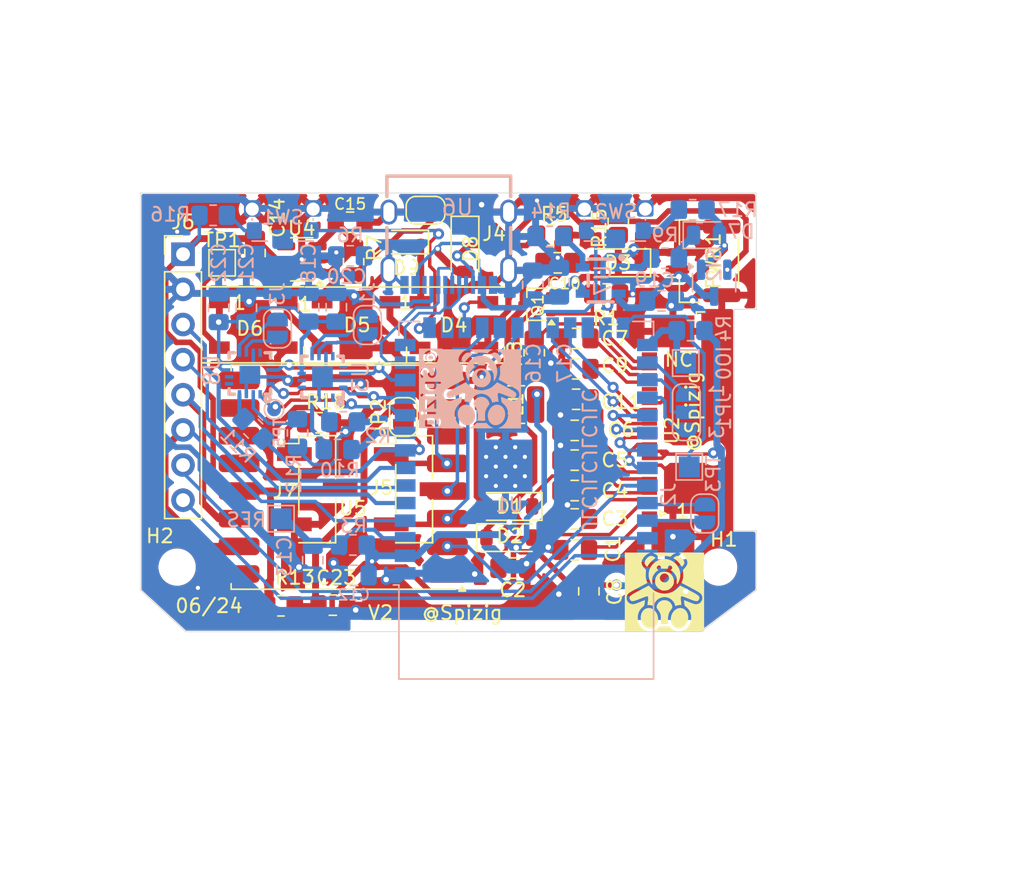
<source format=kicad_pcb>
(kicad_pcb (version 20240108) (generator "pcbnew") (generator_version "8.0")
  (layers (0 "F.Cu" signal) (31 "B.Cu" signal) (34 "B.Paste" user) (35 "F.Paste" user) (36 "B.SilkS" user "B.Silkscreen") (37 "F.SilkS" user "F.Silkscreen") (38 "B.Mask" user) (39 "F.Mask" user) (44 "Edge.Cuts" user))
  (net 0 "")
  (net 1 "Net-(U2-24)")
  (net 2 "+3.3VP")
  (net 3 "GND")
  (net 4 "Net-(D2-A)")
  (net 5 "Net-(U2-22)")
  (net 6 "Net-(D1-K)")
  (net 7 "Net-(U2-20)")
  (net 8 "Net-(U2-19)")
  (net 9 "Net-(U2-4)")
  (net 10 "Net-(U2-5)")
  (net 11 "Net-(D1-A)")
  (net 12 "Net-(D2-K)")
  (net 13 "Net-(U2-18)")
  (net 14 "/EPD_MOSI")
  (net 15 "/EPD_BUSY")
  (net 16 "/EPD_RST")
  (net 17 "/EPD_DC")
  (net 18 "/EPD_CS")
  (net 19 "/EPD_CLK")
  (net 20 "/SEL_R")
  (net 21 "Net-(Q1-G)")
  (net 25 "Net-(J1-Pin_2)")
  (net 26 "Net-(J1-Pin_1)")
  (net 28 "/LORA_MISO")
  (net 29 "/IO47")
  (net 31 "+5VD")
  (net 32 "+BATT")
  (net 33 "Net-(U3-GAIN)")
  (net 34 "Net-(U1-EN)")
  (net 35 "/D-")
  (net 36 "/D+")
  (net 37 "/TXD")
  (net 38 "/RXD")
  (net 39 "/LORA_CS")
  (net 40 "/LORA_CLK")
  (net 41 "/LORA_MOSI")
  (net 42 "+5V")
  (net 44 "Net-(U1-GPIO45)")
  (net 45 "Net-(D4-DOUT)")
  (net 46 "Net-(D5-DOUT)")
  (net 47 "Net-(JP2-B)")
  (net 48 "Net-(D7-K)")
  (net 49 "VDC")
  (net 50 "Net-(U6-CC2)")
  (net 51 "Net-(U6-CC1)")
  (net 52 "Net-(U7-CHRG)")
  (net 53 "Net-(U7-PROG)")
  (net 56 "Net-(JP1-C)")
  (net 57 "/Button1")
  (net 58 "/Button2")
  (net 59 "Net-(U3-SD)")
  (net 60 "/GPIO7")
  (net 61 "/GPIO6")
  (net 66 "/GPIO9")
  (net 67 "/AUDIO_SD")
  (net 68 "/AUDIO_BCLK")
  (net 69 "/AUDIO_LRC")
  (net 70 "/AUDIO_DIN")
  (net 73 "Net-(D6-DOUT)")
  (net 77 "/AUDIO_SD2")
  (net 78 "Net-(U8-SD)")
  (net 79 "Net-(U8-GAIN)")
  (net 81 "Net-(J3-Pin_2)")
  (net 82 "Net-(JP1-A)")
  (net 83 "Net-(J3-Pin_1)")
  (net 87 "/GPIO4")
  (net 88 "/GPIO5")
  (net 89 "Net-(R16-Pad2)")
  (net 90 "Net-(R17-Pad2)")
  (net 91 "/IO0")
  (net 92 "/GPIO1")
  (net 93 "/GPIO2")
  (net 94 "Net-(JP1-B)")
  (net 95 "Net-(J7-Pin_1)")
  (net 96 "Net-(D4-VDD)")
  (footprint "Package_TO_SOT_SMD:SOT-323_SC-70" (layer "F.Cu") (at 110.375 70.63299 180)
    (property "Reference" "Q1")
    (property "Value" "Si1308")
  )
  (footprint "Capacitor_SMD:C_0805_2012Metric_Pad1.18x1.45mm_HandSolder" (layer "F.Cu") (at 113.1 88.392)
    (property "Reference" "C1")
    (property "Value" "105")
  )
  (footprint "Capacitor_SMD:C_0805_2012Metric_Pad1.18x1.45mm_HandSolder" (layer "F.Cu") (at 113.1 86.15)
    (property "Reference" "C3")
    (property "Value" "105")
  )
  (footprint "Capacitor_SMD:C_0805_2012Metric_Pad1.18x1.45mm_HandSolder" (layer "F.Cu") (at 113.1 81.9)
    (property "Reference" "C5")
    (property "Value" "105")
  )
  (footprint "Capacitor_SMD:C_0805_2012Metric_Pad1.18x1.45mm_HandSolder" (layer "F.Cu") (at 113.2 77.5)
    (property "Reference" "C11")
    (property "Value" "105")
  )
  (footprint "Capacitor_SMD:C_0805_2012Metric_Pad1.18x1.45mm_HandSolder" (layer "F.Cu") (at 114.125 91.38299 90)
    (property "Reference" "C8")
    (property "Value" "104")
  )
  (footprint "Capacitor_SMD:C_0805_2012Metric_Pad1.18x1.45mm_HandSolder" (layer "F.Cu") (at 113.2 73.1)
    (property "Reference" "C7")
    (property "Value" "105")
  )
  (footprint "Capacitor_SMD:C_0805_2012Metric_Pad1.18x1.45mm_HandSolder" (layer "F.Cu") (at 111.875 67.63299)
    (property "Reference" "C10")
    (property "Value" "4.7uF50V")
  )
  (footprint "Capacitor_SMD:C_0805_2012Metric_Pad1.18x1.45mm_HandSolder" (layer "F.Cu") (at 108.625 89.7 180)
    (property "Reference" "C2")
    (property "Value" "105")
  )
  (footprint "Capacitor_SMD:C_0805_2012Metric_Pad1.18x1.45mm_HandSolder" (layer "F.Cu") (at 113.1 84.1)
    (property "Reference" "C4")
    (property "Value" "105")
  )
  (footprint "Capacitor_SMD:C_0805_2012Metric_Pad1.18x1.45mm_HandSolder" (layer "F.Cu") (at 113.2 75.3)
    (property "Reference" "C9")
    (property "Value" "105")
  )
  (footprint "Diode_SMD:D_SOD-123" (layer "F.Cu") (at 116.225 67.63299 180)
    (property "Reference" "D3")
    (property "Value" "MBR0530")
  )
  (footprint "Diode_SMD:D_SOD-123" (layer "F.Cu") (at 108.375 87.5)
    (property "Reference" "D2")
    (property "Value" "MBR0530" (hide yes))
  )
  (footprint "Diode_SMD:D_SOD-123" (layer "F.Cu") (at 108.375 85.25 180)
    (property "Reference" "D1")
    (property "Value" "MBR0530")
  )
  (footprint "Inductor_SMD:L_1210_3225Metric" (layer "F.Cu") (at 108.875 77.88299)
    (property "Reference" "L1")
    (property "Value" "68uH1A" (hide yes))
  )
  (footprint "Resistor_SMD:R_0805_2012Metric_Pad1.20x1.40mm_HandSolder" (layer "F.Cu") (at 115.375 69.88299)
    (property "Reference" "R1")
    (property "Value" "10K")
  )
  (footprint "Capacitor_SMD:C_0805_2012Metric_Pad1.18x1.45mm_HandSolder" (layer "F.Cu") (at 113.1 79.75)
    (property "Reference" "C6")
    (property "Value" "105")
  )
  (footprint "Connector_FFC-FPC:TE_2-1734839-4_1x24-1MP_P0.5mm_Horizontal" (layer "F.Cu") (at 119.848 80.01 90)
    (property "Reference" "U2")
    (property "Value" "FPCConn" (hide yes))
  )
  (footprint "Resistor_SMD:R_0805_2012Metric_Pad1.20x1.40mm_HandSolder" (layer "F.Cu") (at 110.175 74.13299 90)
    (property "Reference" "R8")
    (property "Value" "3R")
  )
  (footprint "LED_SMD:LED_WS2812B_PLCC4_5.0x5.0mm_P3.2mm" (layer "F.Cu") (at 89.875 72.11598)
    (property "Reference" "D6")
    (property "Value" "WS2812B")
  )
  (footprint "Jumper:SolderJumper-2_P1.3mm_Open_RoundedPad1.0x1.5mm" (layer "F.Cu") (at 102.325 63.83299 180)
    (property "Reference" "J4")
    (property "Value" "Conn_01x02_Pin")
  )
  (footprint "Connector_PinHeader_2.54mm:PinHeader_1x03_P2.54mm_Vertical_SMD_Pin1Left" (layer "F.Cu") (at 101.5 84)
    (property "Reference" "J5")
    (property "Value" "Conn_01x03_Pin")
  )
  (footprint "baer_klein:baerklein" (layer "F.Cu") (at 119.575 91.43299)
    (property "Reference" "G***" (hide yes))
    (property "Value" "LOGO" (hide yes))
  )
  (footprint "Resistor_SMD:R_0805_2012Metric_Pad1.20x1.40mm_HandSolder" (layer "F.Cu") (at 94.625 79.2 180)
    (property "Reference" "R18")
    (property "Value" "1K")
  )
  (footprint "TestPoint:TestPoint_Pad_1.5x1.5mm" (layer "F.Cu") (at 87.625 67.63299)
    (property "Reference" "TP1")
    (property "Value" "TestPoint")
  )
  (footprint "MountingHole:MountingHole_2.2mm_M2" (layer "F.Cu") (at 123.5 89.63299)
    (property "Reference" "H1")
    (property "Value" "MountingHole")
  )
  (footprint "Connector_JST:JST_GH_SM02B-GHS-TB_1x02-1MP_P1.25mm_Horizontal" (layer "F.Cu") (at 122.375 67.5 90)
    (property "Reference" "PWR1")
    (property "Value" "PWR")
  )
  (footprint "Capacitor_SMD:C_0805_2012Metric_Pad1.18x1.45mm_HandSolder" (layer "F.Cu") (at 90 66.92049 90)
    (property "Reference" "C14")
    (property "Value" "4.7uF50V")
  )
  (footprint "MountingHole:MountingHole_2.2mm_M2" (layer "F.Cu") (at 84.375 89.63299)
    (property "Reference" "H2")
    (property "Value" "MountingHole")
  )
  (footprint "Capacitor_SMD:C_0805_2012Metric_Pad1.18x1.45mm_HandSolder" (layer "F.Cu") (at 95.625 92.38299 180)
    (property "Reference" "C23")
    (property "Value" "100nF")
  )
  (footprint "Resistor_SMD:R_0805_2012Metric_Pad1.20x1.40mm_HandSolder" (layer "F.Cu") (at 116.25 64.63299 90)
    (property "Reference" "R15")
    (property "Value" "100K")
  )
  (footprint "Diode_SMD:D_SOD-123" (layer "F.Cu") (at 105.175 66.63299 -90)
    (property "Reference" "D8")
    (property "Value" "MBR0530")
  )
  (footprint "Resistor_SMD:R_0805_2012Metric_Pad1.20x1.40mm_HandSolder" (layer "F.Cu") (at 91.875 92.43299 180)
    (property "Reference" "R13")
    (property "Value" "10K")
  )
  (footprint "RF_Module:HOPERF_RFM9XW_SMD" (layer "F.Cu") (at 96.375 83.13299 180)
    (property "Reference" "U5")
    (property "Value" "RFM95W-868S2")
  )
  (footprint "Connector_PinHeader_2.54mm:PinHeader_1x03_P2.54mm_Vertical_SMD_Pin1Left" (layer "F.Cu") (at 94.5 84)
    (property "Reference" "J7")
    (property "Value" "Conn_01x03_Pin")
  )
  (footprint "Diode_SMD:D_SOD-323" (layer "F.Cu") (at 100.925 66.13299 180)
    (property "Reference" "D9")
    (property "Value" "MBR0530")
  )
  (footprint "Resistor_SMD:R_0805_2012Metric_Pad1.20x1.40mm_HandSolder" (layer "F.Cu") (at 97.125 67.55 -90)
    (property "Reference" "R7")
    (property "Value" "0R")
  )
  (footprint "Resistor_SMD:R_0805_2012Metric_Pad1.20x1.40mm_HandSolder" (layer "F.Cu") (at 111.375 65.63299 180)
    (property "Reference" "R5")
    (property "Value" "5k11")
  )
  (footprint "Capacitor_SMD:C_0805_2012Metric_Pad1.18x1.45mm_HandSolder" (layer "F.Cu") (at 96.875 64.7 180)
    (property "Reference" "C15")
    (property "Value" "4.7uF50V")
  )
  (footprint "Jumper:SolderJumper-2_P1.3mm_Bridged_RoundedPad1.0x1.5mm" (layer "F.Cu") (at 100.725 78.78299 90)
    (property "Reference" "JP2")
    (property "Value" "SolderJumper_2_Bridged")
  )
  (footprint "LED_SMD:LED_WS2812B_PLCC4_5.0x5.0mm_P3.2mm" (layer "F.Cu") (at 97.3 72.13299)
    (property "Reference" "D5")
    (property "Value" "WS2812B")
  )
  (footprint "Connector_PinHeader_2.54mm:PinHeader_1x08_P2.54mm_Vertical" (layer "F.Cu") (at 84.8 67.01299)
    (property "Reference" "J6")
    (property "Value" "Conn_01x08_Pin")
  )
  (footprint "Package_TO_SOT_SMD:SOT-23-5" (layer "F.Cu") (at 93.375 67.38299 180)
    (property "Reference" "U4")
    (property "Value" "RT9013")
  )
  (footprint "LED_SMD:LED_WS2812B_PLCC4_5.0x5.0mm_P3.2mm" (layer "F.Cu") (at 104.375 72.13299)
    (property "Reference" "D4")
    (property "Value" "WS2812B")
  )
  (footprint "Capacitor_SMD:C_0805_2012Metric_Pad1.18x1.45mm_HandSolder" (layer "B.Cu") (at 97.175 90.23299)
    (property "Reference" "C12")
    (property "Value" "4.7uF50V")
  )
  (footprint "Jumper:SolderJumper-2_P1.3mm_Open_RoundedPad1.0x1.5mm" (layer "B.Cu") (at 122.5 85.75799 90)
    (property "Reference" "J2")
    (property "Value" "Conn_01x02_Pin")
  )
  (footprint "Resistor_SMD:R_0805_2012Metric_Pad1.20x1.40mm_HandSolder" (layer "B.Cu") (at 86.975 64.2)
    (property "Reference" "R16")
    (property "Value" "100K")
  )
  (footprint "Jumper:SolderJumper-3_P1.3mm_Open_RoundedPad1.0x1.5mm_NumberLabels" (layer "B.Cu") (at 121.175 78.43299 -90)
    (property "Reference" "JP1")
    (property "Value" "SolderJumper_3_Open")
  )
  (footprint "Resistor_SMD:R_0805_2012Metric_Pad1.20x1.40mm_HandSolder" (layer "B.Cu") (at 95.975 81.13299 180)
    (property "Reference" "R10")
    (property "Value" "1K")
  )
  (footprint "Resistor_SMD:R_0805_2012Metric_Pad1.20x1.40mm_HandSolder" (layer "B.Cu") (at 96.375 79.13299 180)
    (property "Reference" "R2")
    (property "Value" "1K")
  )
  (footprint "tp4056:SW_SPST_CK_KMS2xxGP" (layer "B.Cu") (at 92 64.5)
    (property "Reference" "SW1")
    (property "Value" "SW_Push")
  )
  (footprint "tp4056:SW_SPST_CK_KMS2xxGP" (layer "B.Cu") (at 116 64.5)
    (property "Reference" "SW2")
    (property "Value" "SW_Push")
  )
  (footprint "tp4056:TQFN-16_L3.0-W3.0-P0.50-BL-EP1.5" (layer "B.Cu") (at 94.875 75.88499 180)
    (property "Reference" "U3")
    (property "Value" "~" (hide yes))
  )
  (footprint "Capacitor_SMD:C_0805_2012Metric_Pad1.18x1.45mm_HandSolder" (layer "B.Cu") (at 119.375 70.38299 180)
    (property "Reference" "C19")
    (property "Value" "100nF")
  )
  (footprint "Package_TO_SOT_SMD:SOT-23" (layer "B.Cu") (at 123.175 69.07049 -90)
    (property "Reference" "SI2")
    (property "Value" "SI2301CDS")
  )
  (footprint "Capacitor_SMD:C_0805_2012Metric_Pad1.18x1.45mm_HandSolder" (layer "B.Cu") (at 111.975 69.03299 90)
    (property "Reference" "C17")
    (property "Value" "100nF")
  )
  (footprint "Capacitor_SMD:C_0805_2012Metric_Pad1.18x1.45mm_HandSolder" (layer "B.Cu") (at 93.875 70.84549 90)
    (property "Reference" "C18")
    (property "Value" "100nF")
  )
  (footprint "Capacitor_SMD:C_0805_2012Metric_Pad1.18x1.45mm_HandSolder" (layer "B.Cu") (at 94.175 89.13299 90)
    (property "Reference" "C13")
    (property "Value" "100nF")
  )
  (footprint "Resistor_SMD:R_0805_2012Metric_Pad1.20x1.40mm_HandSolder" (layer "B.Cu") (at 97.075 88.03299)
    (property "Reference" "R3")
    (property "Value" "10K")
  )
  (footprint "Jumper:SolderJumper-2_P1.3mm_Open_RoundedPad1.0x1.5mm" (layer "B.Cu") (at 91.625 72.38299 -90)
    (property "Reference" "J3")
    (property "Value" "Conn_01x02_Pin")
  )
  (footprint "TestPoint:TestPoint_Pad_D1.0mm" (layer "B.Cu") (at 91.375 78.23299 180)
    (property "Reference" "TP5")
    (property "Value" "TestPoint")
  )
  (footprint "tp4056:USB-C_SMD-TYPE-C-31-M-12" (layer "B.Cu") (at 104 66.6)
    (property "Reference" "U6")
    (property "Value" "KoreanHropartsElecTYPE-C-31-M-12" (hide yes))
  )
  (footprint "Resistor_SMD:R_0805_2012Metric_Pad1.20x1.40mm_HandSolder" (layer "B.Cu") (at 111.275 65.73299 180)
    (property "Reference" "R14")
    (property "Value" "1K")
  )
  (footprint "TestPoint:TestPoint_Pad_1.5x1.5mm" (layer "B.Cu") (at 121.125 74.88299 180)
    (property "Reference" "IO0")
    (property "Value" "TestPoint")
  )
  (footprint "Resistor_SMD:R_0805_2012Metric_Pad1.20x1.40mm_HandSolder" (layer "B.Cu") (at 96.875 67.13299)
    (property "Reference" "R6")
    (property "Value" "5k11")
  )
  (footprint "TestPoint:TestPoint_Pad_1.5x1.5mm" (layer "B.Cu") (at 91.875 86.13299 180)
    (property "Reference" "RES")
    (property "Value" "TestPoint")
  )
  (footprint "Resistor_SMD:R_0805_2012Metric_Pad1.20x1.40mm_HandSolder" (layer "B.Cu") (at 121.625 63.8 180)
    (property "Reference" "R17")
    (property "Value" "100K")
  )
  (footprint "Capacitor_SMD:C_0805_2012Metric_Pad1.18x1.45mm_HandSolder" (layer "B.Cu") (at 95.875 70.84549 90)
    (property "Reference" "C20")
    (property "Value" "100nF")
  )
  (footprint "tp4056:ESP32-S3-WROOM-1" (layer "B.Cu") (at 109.6 84.82299)
    (property "Reference" "U1")
    (property "Value" "ESP32-S3-WROOM-1-Espressif")
  )
  (footprint "Resistor_SMD:R_0805_2012Metric_Pad1.20x1.40mm_HandSolder" (layer "B.Cu") (at 121.475 72.53299)
    (property "Reference" "R4")
    (property "Value" "10K")
  )
  (footprint "Jumper:SolderJumper-2_P1.3mm_Open_RoundedPad1.0x1.5mm" (layer "B.Cu") (at 98.125 72.13299 -90)
    (property "Reference" "J1")
    (property "Value" "Conn_01x02_Pin")
  )
  (footprint "Resistor_SMD:R_0805_2012Metric_Pad1.20x1.40mm_HandSolder" (layer "B.Cu") (at 93.075 79.93299 90)
    (property "Reference" "R12")
    (property "Value" "1K")
  )
  (footprint "tp4056:TQFN-16_L3.0-W3.0-P0.50-BL-EP1.5" (layer "B.Cu") (at 89.627 75.63299 180)
    (property "Reference" "U8")
    (property "Value" "~" (hide yes))
  )
  (footprint "tp4056:SOT-23-5_L3.0-W1.7-P0.95-LS2.8-BR" (layer "B.Cu") (at 114.975 68.91099)
    (property "Reference" "U7")
    (property "Value" "TP4065" (hide yes))
  )
  (footprint "Resistor_SMD:R_0805_2012Metric_Pad1.20x1.40mm_HandSolder" (layer "B.Cu") (at 89.875 79.63299 135)
    (property "Reference" "R11")
    (property "Value" "210k")
  )
  (footprint "baer_klein:baerklein" (layer "B.Cu") (at 106.375 76.73299 180)
    (property "Reference" "G***" (hide yes))
    (property "Value" "LOGO" (hide yes))
  )
  (footprint "Capacitor_SMD:C_0805_2012Metric_Pad1.18x1.45mm_HandSolder" (layer "B.Cu") (at 89.375 70.88299 90)
    (property "Reference" "C21")
    (property "Value" "100nF")
  )
  (footprint "TestPoint:TestPoint_Pad_1.5x1.5mm" (layer "B.Cu") (at 121.375 82.38299)
    (property "Reference" "TP3")
    (property "Value" "TestPoint")
  )
  (footprint "Capacitor_SMD:C_0805_2012Metric_Pad1.18x1.45mm_HandSolder" (layer "B.Cu") (at 87.375 70.88299 90)
    (property "Reference" "C22")
    (property "Value" "100nF")
  )
  (footprint "Capacitor_SMD:C_0805_2012Metric_Pad1.18x1.45mm_HandSolder" (layer "B.Cu") (at 110.075 69.23299 90)
    (property "Reference" "C16")
    (property "Value" "1uF")
  )
  (footprint "Resistor_SMD:R_0805_2012Metric_Pad1.20x1.40mm_HandSolder" (layer "B.Cu") (at 119.625 67.3 180)
    (property "Reference" "R9")
    (property "Value" "1K")
  )
  (footprint "LED_SMD:LED_0805_2012Metric" (layer "B.Cu") (at 122.625 65.63299)
    (property "Reference" "D7")
    (property "Value" "LED")
  )
  (gr_line (start 126.224 71) (end 126.224 62.58798) (stroke (width 0.05)) (layer "Edge.Cuts"))
  (gr_line (start 81.724 91.3) (end 81.724 62.58798) (stroke (width 0.05)) (layer "Edge.Cuts"))
  (gr_line (start 126.224 87) (end 124.625 87) (stroke (width 0.05)) (layer "Edge.Cuts"))
  (gr_line (start 126.224 91.3) (end 126.224 87) (stroke (width 0.05)) (layer "Edge.Cuts"))
  (gr_line (start 81.724 91.3) (end 85 94.3) (stroke (width 0.05)) (layer "Edge.Cuts"))
  (gr_line (start 124.625 71) (end 126.224 71) (stroke (width 0.05)) (layer "Edge.Cuts"))
  (gr_line (start 85 94.3) (end 122.224 94.3) (stroke (width 0.05)) (layer "Edge.Cuts"))
  (gr_line (start 124.625 87) (end 124.625 71) (stroke (width 0.05)) (layer "Edge.Cuts"))
  (gr_line (start 81.724 62.58798) (end 126.224 62.58798) (stroke (width 0.05)) (layer "Edge.Cuts"))
  (gr_line (start 126.224 91.3) (end 122.224 94.3) (stroke (width 0.05)) (layer "Edge.Cuts"))
  (gr_text "@Spizig" (at 102.575 76.73299 90) (layer "B.SilkS" knockout) (effects (font (size 1 1)) (justify mirror)))
  (gr_text "JLCJLCJLCJLC" (at 114.125 81.88299 -90) (layer "B.SilkS") (effects (font (size 1 1)) (justify mirror)))
  (gr_text "NC" (at 120.625 74.63299 0) (layer "F.SilkS") (effects (font (size 1 1))))
  (gr_text "1" (at 120.904 85.598 0) (layer "F.SilkS") (effects (font (size 1 1))))
  (gr_text "@Spizig" (at 121.625 78.38299 90) (layer "F.SilkS") (effects (font (size 1 1))))
  (gr_text "06/24" (at 86.675 92.43299 0) (layer "F.SilkS") (effects (font (size 1 1))))
  (gr_text "@Spizig" (at 104.975 92.93299 0) (layer "F.SilkS") (effects (font (size 1 1))))
  (gr_text "V2" (at 99.075 92.93299 0) (layer "F.SilkS") (effects (font (size 1 1))))
  (segment (start 116.083 88.175) (end 118.498 85.76) (width 0.25) (layer "F.Cu") (net 1))
  (segment (start 114.5545 88.175) (end 116.083 88.175) (width 0.25) (layer "F.Cu") (net 1))
  (segment (start 97.923834 89.38299) (end 98.375 89.38299) (width 0.4) (layer "F.Cu") (net 2))
  (segment (start 86.975 77.48299) (end 86.975 82.747688) (width 0.4) (layer "F.Cu") (net 2))
  (segment (start 100.875 89.63299) (end 98.875 89.63299) (width 0.4) (layer "F.Cu") (net 2))
  (segment (start 119.375 81.26) (end 119.375 81.38299) (width 0.25) (layer "F.Cu") (net 2))
  (segment (start 123.044995 81.462995) (end 123.125 81.38299) (width 0.25) (layer "F.Cu") (net 2))
  (segment (start 92.2375 68.12049) (end 90 65.88299) (width 0.5) (layer "F.Cu") (net 2))
  (segment (start 98.375 89.29299) (end 98.455 89.21299) (width 0.4) (layer "F.Cu") (net 2))
  (segment (start 86.05 76.55799) (end 86.975 77.48299) (width 0.4) (layer "F.Cu") (net 2))
  (segment (start 95.176166 93.53299) (end 95.575 93.134156) (width 0.4) (layer "F.Cu") (net 2))
  (segment (start 86.975 82.747688) (end 88.360302 84.13299) (width 0.4) (layer "F.Cu") (net 2))
  (segment (start 109.179116 88.529116) (end 110.389755 88.529116) (width 0.4) (layer "F.Cu") (net 2))
  (segment (start 110.389755 88.529116) (end 112.793629 90.93299) (width 0.4) (layer "F.Cu") (net 2))
  (segment (start 119.375 81.26) (end 119.719998 81.26) (width 0.25) (layer "F.Cu") (net 2))
  (segment (start 102.875 91.63299) (end 100.875 89.63299) (width 0.4) (layer "F.Cu") (net 2))
  (segment (start 97.649417 89.657407) (end 98.899417 89.657407) (width 0.4) (layer "F.Cu") (net 2))
  (segment (start 98.875 89.63299) (end 98.455 89.21299) (width 0.4) (layer "F.Cu") (net 2))
  (segment (start 90.875 92.43299) (end 90.875 90.801619) (width 0.4) (layer "F.Cu") (net 2))
  (segment (start 108.875 88.225) (end 108.675 88.425) (width 0.4) (layer "F.Cu") (net 2))
  (segment (start 107.625 91.63299) (end 102.875 91.63299) (width 0.4) (layer "F.Cu") (net 2))
  (segment (start 90.875 92.43299) (end 92.025 93.58299) (width 0.4) (layer "F.Cu") (net 2))
  (segment (start 85.93 65.88299) (end 84.8 67.01299) (width 0.5) (layer "F.Cu") (net 2))
  (segment (start 95.575 93.134156) (end 95.575 91.731824) (width 0.4) (layer "F.Cu") (net 2))
  (segment (start 85.317767 73.38299) (end 86.05 74.115223) (width 0.4) (layer "F.Cu") (net 2))
  (segment (start 98.375 89.38299) (end 98.375 89.29299) (width 0.4) (layer "F.Cu") (net 2))
  (segment (start 118.498 81.76) (end 119.408 81.76) (width 0.25) (layer "F.Cu") (net 2))
  (segment (start 84.322233 73.38299) (end 83.55 72.610757) (width 0.4) (layer "F.Cu") (net 2))
  (segment (start 119.719998 81.26) (end 119.813999 81.354001) (width 0.25) (layer "F.Cu") (net 2))
  (segment (start 119.580005 81.587995) (end 119.705005 81.462995) (width 0.25) (layer "F.Cu") (net 2))
  (segment (start 83.55 72.610757) (end 83.55 68.26299) (width 0.4) (layer "F.Cu") (net 2))
  (segment (start 91.125 84.13299) (end 91.125 90.551619) (width 0.5) (layer "F.Cu") (net 2))
  (segment (start 119.375 81.38299) (end 119.580005 81.587995) (width 0.25) (layer "F.Cu") (net 2))
  (segment (start 88.85 84.13299) (end 91.125 84.13299) (width 0.5) (layer "F.Cu") (net 2))
  (segment (start 90 65.88299) (end 85.93 65.88299) (width 0.5) (layer "F.Cu") (net 2))
  (segment (start 84.322233 73.38299) (end 85.317767 73.38299) (width 0.4) (layer "F.Cu") (net 2))
  (segment (start 92.2375 68.33299) (end 92.2375 68.12049) (width 0.5) (layer "F.Cu") (net 2))
  (segment (start 119.705005 81.462995) (end 119.813999 81.354001) (width 0.25) (layer "F.Cu") (net 2))
  (segment (start 119.408 81.76) (end 119.580005 81.587995) (width 0.25) (layer "F.Cu") (net 2))
  (segment (start 118.498 81.26) (end 118.498 81.76) (width 0.25) (layer "F.Cu") (net 2))
  (segment (start 91.1 92.65799) (end 91.1 90.63299) (width 0.5) (layer "F.Cu") (net 2))
  (segment (start 91.125 90.551619) (end 90.875 90.801619) (width 0.5) (layer "F.Cu") (net 2))
  (segment (start 97.649417 89.657407) (end 97.923834 89.38299) (width 0.4) (layer "F.Cu") (net 2))
  (segment (start 83.55 68.26299) (end 84.8 67.01299) (width 0.4) (layer "F.Cu") (net 2))
  (segment (start 92.025 93.58299) (end 95.196878 93.58299) (width 0.4) (layer "F.Cu") (net 2))
  (segment (start 95.575 91.731824) (end 97.649417 89.657407) (width 0.4) (layer "F.Cu") (net 2))
  (segment (start 91.125 84.13299) (end 95.52201 84.13299) (width 0.5) (layer "F.Cu") (net 2))
  (segment (start 95.196878 93.58299) (end 95.6375 93.142368) (width 0.4) (layer "F.Cu") (net 2))
  (segment (start 108.675 90.58299) (end 107.625 91.63299) (width 0.4) (layer "F.Cu") (net 2))
  (segment (start 118.498 81.26) (end 119.375 81.26) (width 0.25) (layer "F.Cu") (net 2))
  (segment (start 108.675 88.425) (end 108.675 90.58299) (width 0.4) (layer "F.Cu") (net 2))
  (segment (start 108.875 88.225) (end 109.179116 88.529116) (width 0.4) (layer "F.Cu") (net 2))
  (segment (start 112.793629 90.93299) (end 116.125 90.93299) (width 0.4) (layer "F.Cu") (net 2))
  (segment (start 86.05 74.115223) (end 86.05 76.55799) (width 0.4) (layer "F.Cu") (net 2))
  (segment (start 119.705005 81.462995) (end 123.044995 81.462995) (width 0.25) (layer "F.Cu") (net 2))
  (via (at 116.125 90.93299) (size 0.8) (drill 0.4) (layers "F.Cu" "B.Cu") (net 2))
  (via (at 98.455 89.21299) (size 0.5) (drill 0.3) (layers "F.Cu" "B.Cu") (net 2))
  (via (at 123.125 81.38299) (size 0.8) (drill 0.4) (layers "F.Cu" "B.Cu") (net 2))
  (via (at 110.375 77.13299) (size 0.8) (drill 0.4) (layers "F.Cu" "B.Cu") (net 2))
  (via (at 108.875 88.225) (size 0.8) (drill 0.4) (layers "F.Cu" "B.Cu") (net 2))
  (segment (start 108.5875 88.225) (end 108.875 88.225) (width 0.5) (layer "B.Cu") (net 2))
  (segment (start 98.705 88.96299) (end 98.475 88.73299) (width 0.5) (layer "B.Cu") (net 2))
  (segment (start 110.9 84.850452) (end 110.9 79.870528) (width 0.4) (layer "B.Cu") (net 2))
  (segment (start 110.9 79.870528) (end 110.375 79.345528) (width 0.4) (layer "B.Cu") (net 2))
  (segment (start 103.225 87.28299) (end 107.64549 87.28299) (width 0.5) (layer "B.Cu") (net 2))
  (segment (start 108.875 88.225) (end 109.625 87.475) (width 0.4) (layer "B.Cu") (net 2))
  (segment (start 98.475 88.73299) (end 98.2125 88.73299) (width 0.5) (layer "B.Cu") (net 2))
  (segment (start 98.2125 89.45549) (end 98.455 89.21299) (width 0.5) (layer "B.Cu") (net 2))
  (segment (start 107.64549 87.28299) (end 108.5875 88.225) (width 0.5) (layer "B.Cu") (net 2))
  (segment (start 123.375 73.43299) (end 123.375 80.80299) (width 0.5) (layer "B.Cu") (net 2))
  (segment (start 100.85 88.81299) (end 98.855 88.81299) (width 0.5) (layer "B.Cu") (net 2))
  (segment (start 110.375 79.345528) (end 110.375 77.13299) (width 0.4) (layer "B.Cu") (net 2))
  (segment (start 123.705 81.13299) (end 123.375 81.13299) (width 0.25) (layer "B.Cu") (net 2))
  (segment (start 98.2125 90.23299) (end 98.2125 88.73299) (width 0.5) (layer "B.Cu") (net 2))
  (segment (start 109.625 87.475) (end 109.625 86.125452) (width 0.4) (layer "B.Cu") (net 2))
  (segment (start 85.975 65.83799) (end 84.8 67.01299) (width 0.25) (layer "B.Cu") (net 2))
  (segment (start 123.705 86.808999) (end 119.531009 90.98299) (width 0.5) (layer "B.Cu") (net 2))
  (segment (start 98.2125 90.23299) (end 98.2125 89.45549) (width 0.5) (layer "B.Cu") (net 2))
  (segment (start 101.695 88.81299) (end 103.225 87.28299) (width 0.5) (layer "B.Cu") (net 2))
  (segment (start 116.175 90.98299) (end 116.125 90.93299) (width 0.5) (layer "B.Cu") (net 2))
  (segment (start 122.475 72.53299) (end 123.375 73.43299) (width 0.5) (layer "B.Cu") (net 2))
  (segment (start 123.375 80.80299) (end 123.705 81.13299) (width 0.5) (layer "B.Cu") (net 2))
  (segment (start 119.531009 90.98299) (end 116.175 90.98299) (width 0.5) (layer "B.Cu") (net 2))
  (segment (start 100.85 88.81299) (end 101.695 88.81299) (width 0.5) (layer "B.Cu") (net 2))
  (segment (start 85.975 64.03299) (end 85.975 65.83799) (width 0.25) (layer "B.Cu") (net 2))
  (segment (start 109.625 86.125452) (end 110.9 84.850452) (width 0.4) (layer "B.Cu") (net 2))
  (segment (start 98.2125 88.73299) (end 98.2125 88.17049) (width 0.5) (layer "B.Cu") (net 2))
  (segment (start 123.375 81.13299) (end 123.125 81.38299) (width 0.25) (layer "B.Cu") (net 2))
  (segment (start 98.455 89.21299) (end 98.705 88.96299) (width 0.5) (layer "B.Cu") (net 2))
  (segment (start 98.855 88.81299) (end 98.075 88.03299) (width 0.5) (layer "B.Cu") (net 2))
  (segment (start 123.705 81.13299) (end 123.705 86.808999) (width 0.5) (layer "B.Cu") (net 2))
  (segment (start 98.705 88.96299) (end 98.855 88.81299) (width 0.5) (layer "B.Cu") (net 2))
  (segment (start 112.0625 88.392) (end 111.38401 88.392) (width 0.5) (layer "F.Cu") (net 3))
  (segment (start 89.95 67.95799) (end 89.125 67.13299) (width 0.5) (layer "F.Cu") (net 3))
  (segment (start 120.198 76.845002) (end 119.283002 77.76) (width 0.25) (layer "F.Cu") (net 3))
  (segment (start 118.63299 66.875) (end 120.525 66.875) (width 0.5) (layer "F.Cu") (net 3))
  (segment (start 100.975 76.13299) (end 103.9 76.13299) (width 0.4) (layer "F.Cu") (net 3))
  (segment (start 99.75 73.78299) (end 98.15 72.18299) (width 0.5) (layer "F.Cu") (net 3))
  (segment (start 113.28299 63.23299) (end 109.05801 63.23299) (width 0.5) (layer "F.Cu") (net 3))
  (segment (start 115.491633 70.70963) (end 115.54836 70.70963) (width 0.4) (layer "F.Cu") (net 3))
  (segment (start 112.375 65.63299) (end 111.875 66.13299) (width 0.5) (layer "F.Cu") (net 3))
  (segment (start 98.941 64.7) (end 99.675 63.966) (width 0.5) (layer "F.Cu") (net 3))
  (segment (start 117.375 67.13299) (end 117.875 67.63299) (width 0.4) (layer "F.Cu") (net 3))
  (segment (start 96.2875 92.43299) (end 96.3375 92.38299) (width 0.5) (layer "F.Cu") (net 3))
  (segment (start 115.54836 70.70963) (end 116.375 69.88299) (width 0.4) (layer "F.Cu") (net 3))
  (segment (start 92.625 73.88299) (end 91.749998 74.340982) (width 0.25) (layer "F.Cu") (net 3))
  (segment (start 117.300001 69.882012) (end 116.375978 69.882012) (width 0.4) (layer "F.Cu") (net 3))
  (segment (start 118.2 63.75) (end 116.36701 63.75) (width 0.4) (layer "F.Cu") (net 3))
  (segment (start 119.348 82.26) (end 120.198 83.11) (width 0.25) (layer "F.Cu") (net 3))
  (segment (start 121.875 66.875) (end 123.725 65.025) (width 0.5) (layer "F.Cu") (net 3))
  (segment (start 113.8 63.75) (end 116.13299 63.75) (width 0.5) (layer "F.Cu") (net 3))
  (segment (start 91.624998 75.374829) (end 91.624998 74.465982) (width 0.5) (layer "F.Cu") (net 3))
  (segment (start 103.9 76.13299) (end 101.475 76.13299) (width 0.5) (layer "F.Cu") (net 3))
  (segment (start 92.975 76.38299) (end 92.625 76.38299) (width 0.5) (layer "F.Cu") (net 3))
  (segment (start 120.198 72.59) (end 120.198 76.845002) (width 0.25) (layer "F.Cu") (net 3))
  (segment (start 109.625 89.38299) (end 111.82951 91.5875) (width 0.25) (layer "F.Cu") (net 3))
  (segment (start 102.1 76.13299) (end 103.9 76.13299) (width 0.5) (layer "F.Cu") (net 3))
  (segment (start 91.125 79.918292) (end 91.125 82.38299) (width 0.4) (layer "F.Cu") (net 3))
  (segment (start 98.15 72.18299) (end 97.190075 72.18299) (width 0.5) (layer "F.Cu") (net 3))
  (segment (start 92.633159 76.38299) (end 91.624998 75.374829) (width 0.5) (layer "F.Cu") (net 3))
  (segment (start 91.624998 74.465982) (end 92.325 73.76598) (width 0.5) (layer "F.Cu") (net 3))
  (segment (start 95.375 67.38299) (end 95.875 66.88299) (width 0.5) (layer "F.Cu") (net 3))
  (segment (start 98.975 78.13299) (end 100.975 76.13299) (width 0.4) (layer "F.Cu") (net 3))
  (segment (start 91.749998 75.507988) (end 92.375 76.13299) (width 0.25) (layer "F.Cu") (net 3))
  (segment (start 120.525 66.875) (end 121.875 66.875) (width 0.5) (layer "F.Cu") (net 3))
  (segment (start 103.9 76.13299) (end 103.9 70.90799) (width 0.4) (layer "F.Cu") (net 3))
  (segment (start 103.9 70.90799) (end 105.675 69.13299) (width 0.4) (layer "F.Cu") (net 3))
  (segment (start 111.875 66.13299) (end 111.875 67.26463) (width 0.5) (layer "F.Cu") (net 3))
  (segment (start 90.957349 79.750641) (end 89.135698 77.92899) (width 0.4) (layer "F.Cu") (net 3))
  (segment (start 111.82951 91.5875) (end 111.95451 91.5875) (width 0.25) (layer "F.Cu") (net 3))
  (segment (start 111.38401 88.392) (end 111.189755 88.197745) (width 0.5) (layer "F.Cu") (net 3))
  (segment (start 108.325 71.068472) (end 106.825 72.568472) (width 0.4) (layer "F.Cu") (net 3))
  (segment (start 107.35801 69.13299) (end 108.325 68.166) (width 0.4) (layer "F.Cu") (net 3))
  (segment (start 93.425 75.93299) (end 92.975 76.38299) (width 0.5) (layer "F.Cu") (net 3))
  (segment (start 91.125 82.38299) (end 91.625 82.88299) (width 0.4) (layer "F.Cu") (net 3))
  (segment (start 98.675 76.38299) (end 98.225 75.93299) (width 0.5) (layer "F.Cu") (net 3))
  (segment (start 96.571884 79.836106) (end 98.275 78.13299) (width 0.4) (layer "F.Cu") (net 3))
  (segment (start 118.498 82.26) (end 119.348 82.26) (width 0.25) (layer "F.Cu") (net 3))
  (segment (start 119.283002 77.76) (end 118.498 77.76) (width 0.25) (layer "F.Cu") (net 3))
  (segment (start 108.325 63.966) (end 109.15801 63.13299) (width 0.5) (layer "F.Cu") (net 3))
  (segment (start 96.575 70.698065) (end 97.190075 70.08299) (width 0.5) (layer "F.Cu") (net 3))
  (segment (start 106.825 72.568472) (end 106.825 73.78299) (width 0.4) (layer "F.Cu") (net 3))
  (segment (start 96.575 71.567915) (end 96.575 70.698065) (width 0.5) (layer "F.Cu") (net 3))
  (segment (start 91.281183 79.750641) (end 90.957349 79.750641) (width 0.4) (layer "F.Cu") (net 3))
  (segment (start 96.539297 79.836106) (end 96.539297 80.170703) (width 0.25) (layer "F.Cu") (net 3))
  (segment (start 92.975 76.38299) (end 92.633159 76.38299) (width 0.5) (layer "F.Cu") (net 3))
  (segment (start 93.82701 82.88299) (end 91.625 82.88299) (width 0.25) (layer "F.Cu") (net 3))
  (segment (start 92.931824 78.1) (end 91.281183 79.750641) (width 0.4) (layer "F.Cu") (net 3))
  (segment (start 93.375 64.575) (end 94.2 63.75) (width 0.5) (layer "F.Cu") (net 3))
  (segment (start 97.190075 70.08299) (end 97.75801 70.08299) (width 0.5) (layer "F.Cu") (net 3))
  (segment (start 116.13299 63.75) (end 116.25 63.63299) (width 0.5) (layer "F.Cu") (net 3))
  (segment (start 98.275 78.13299) (end 98.975 78.13299) (width 0.4) (layer "F.Cu") (net 3))
  (segment (start 109.15801 63.13299) (end 110.375 63.13299) (width 0.5) (layer "F.Cu") (net 3))
  (segment (start 99.325 76.38299) (end 98.675 76.38299) (width 0.5) (layer "F.Cu") (net 3))
  (segment (start 94.318176 78.1) (end 92.931824 78.1) (width 0.4) (layer "F.Cu") (net 3))
  (segment (start 97.75801 70.08299) (end 99.675 68.166) (width 0.5) (layer "F.Cu") (net 3))
  (segment (start 117.375 66.63299) (end 117.375 67.13299) (width 0.4) (layer "F.Cu") (net 3))
  (segment (start 97.9125 64.7) (end 98.941 64.7) (width 0.5) (layer "F.Cu") (net 3))
  (segment (start 98.225 75.93299) (end 93.425 75.93299) (width 0.5) (layer "F.Cu") (net 3))
  (segment (start 96.539297 80.170703) (end 93.82701 82.88299) (width 0.25) (layer "F.Cu") (net 3))
  (segment (start 98.675 76.38299) (end 97.625 76.38299) (width 0.5) (layer "F.Cu") (net 3))
  (segment (start 117.875 67.63299) (end 118.63299 66.875) (width 0.5) (layer "F.Cu") (net 3))
  (segment (start 108.325 68.166) (end 108.325 71.068472) (width 0.4) (layer "F.Cu") (net 3))
  (segment (start 93.375 67.38299) (end 93.375 64.575) (width 0.5) (layer "F.Cu") (net 3))
  (segment (start 89.135698 77.92899) (end 89.054 77.92899) (width 0.4) (layer "F.Cu") (net 3))
  (segment (start 94.5125 67.38299) (end 95.375 67.38299) (width 0.5) (layer "F.Cu") (net 3))
  (segment (start 91.749998 74.340982) (end 91.749998 75.507988) (width 0.25) (layer "F.Cu") (net 3))
  (segment (start 96.539297 79.836106) (end 96.571884 79.836106) (width 0.4) (layer "F.Cu") (net 3))
  (segment (start 111.375 73.8875) (end 112.1625 73.1) (width 0.25) (layer "F.Cu") (net 3))
  (segment (start 100.8375 74.87049) (end 102.1 76.13299) (width 0.5) (layer "F.Cu") (net 3))
  (segment (start 92.625 76.38299) (end 92.375 76.13299) (width 0.5) (layer "F.Cu") (net 3))
  (segment (start 111.375 74.88299) (end 111.375 73.8875) (width 0.25) (layer "F.Cu") (net 3))
  (segment (start 120.198 83.11) (end 120.198 87.43) (width 0.25) (layer "F.Cu") (net 3))
  (segment (start 94.751166 78.53299) (end 94.318176 78.1) (width 0.4) (layer "F.Cu") (net 3))
  (segment (start 97.190075 72.18299) (end 96.575 71.567915) (width 0.5) (layer "F.Cu") (net 3))
  (segment (start 105.675 69.13299) (end 107.35801 69.13299) (width 0.4) (layer "F.Cu") (net 3))
  (segment (start 89.339698 78.13299) (end 91.125 79.918292) (width 0.4) (layer "F.Cu") (net 3))
  (segment (start 109.05801 63.23299) (end 108.325 63.966) (width 0.5) (layer "F.Cu") (net 3))
  (segment (start 113.8 63.75) (end 113.28299 63.23299) (width 0.5) (layer "F.Cu") (net 3))
  (segment (start 100.8375 74.87049) (end 99.325 76.38299) (width 0.5) (layer "F.Cu") (net 3))
  (segment (start 95.025 78.53299) (end 94.751166 78.53299) (width 0.4) (layer "F.Cu") (net 3))
  (segment (start 99.75 73.78299) (end 100.8375 74.87049) (width 0.5) (layer "F.Cu") (net 3))
  (segment (start 95.625 79.13299) (end 95.025 78.53299) (width 0.4) (layer "F.Cu") (net 3))
  (via (at 97.275 92.73299) (size 0.8) (drill 0.4) (layers "F.Cu" "B.Cu") (net 3))
  (via (at 93.175 89.63299) (size 0.8) (drill 0.4) (layers "F.Cu" "B.Cu") (net 3))
  (via (at 93.375 67.38299) (size 0.5) (drill 0.3) (layers "F.Cu" "B.Cu") (net 3))
  (via (at 96.539297 79.836106) (size 0.8) (drill 0.4) (layers "F.Cu" "B.Cu") (net 3))
  (via (at 115.491633 70.70963) (size 0.8) (drill 0.4) (layers "F.Cu" "B.Cu") (net 3))
  (via (at 106.375 75.88299) (size 0.5) (drill 0.3) (layers "F.Cu" "B.Cu") (net 3))
  (via (at 112.075 78.63299) (size 0.8) (drill 0.4) (layers "F.Cu" "B.Cu") (net 3))
  (via (at 117.300001 69.882012) (size 0.5) (drill 0.3) (layers "F.Cu" "B.Cu") (net 3))
  (via (at 109.625 89.38299) (size 0.8) (drill 0.4) (layers "F.Cu" "B.Cu") (net 3))
  (via (at 99.475 90.53299) (size 0.8) (drill 0.4) (layers "F.Cu" "B.Cu") (net 3))
  (via (at 120.075 70.73299) (size 0.8) (drill 0.4) (layers "F.Cu" "B.Cu") (net 3))
  (via (at 97.165778 70.024333) (size 0.8) (drill 0.4) (layers "F.Cu" "B.Cu") (net 3))
  (via (at 112.575 85.13299) (size 0.8) (drill 0.4) (layers "F.Cu" "B.Cu") (net 3))
  (via (at 89.575 70.43299) (size 0.8) (drill 0.4) (layers "F.Cu" "B.Cu") (net 3))
  (via (at 108.375 86.38299) (size 0.8) (drill 0.4) (layers "F.Cu" "B.Cu") (net 3))
  (via (at 110.375 63.13299) (size 0.5) (drill 0.3) (layers "F.Cu" "B.Cu") (net 3))
  (via (at 85.875 91.13299) (size 0.5) (drill 0.3) (layers "F.Cu" "B.Cu") (net 3))
  (via (at 105.875 90.13299) (size 0.8) (drill 0.4) (layers "F.Cu" "B.Cu") (net 3))
  (via (at 111.375 74.88299) (size 0.8) (drill 0.4) (layers "F.Cu" "B.Cu") (net 3))
  (via (at 89.125 67.13299) (size 0.5) (drill 0.3) (layers "F.Cu" "B.Cu") (net 3))
  (via (at 106.375 63.43299) (size 0.8) (drill 0.4) (layers "F.Cu" "B.Cu") (net 3))
  (via (at 121.625 70.38299) (size 0.8) (drill 0.4) (layers "F.Cu" "B.Cu") (net 3))
  (via (at 92.375 76.13299) (size 0.8) (drill 0.4) (layers "F.Cu" "B.Cu") (net 3))
  (via (at 95.875 66.88299) (size 0.5) (drill 0.3) (layers "F.Cu" "B.Cu") (net 3))
  (via (at 117.375 66.63299) (size 0.8) (drill 0.4) (layers "F.Cu" "B.Cu") (net 3))
  (via (at 112.075 80.83299) (size 0.8) (drill 0.4) (layers "F.Cu" "B.Cu") (net 3))
  (via (at 111.189755 88.197745) (size 0.8) (drill 0.4) (layers "F.Cu" "B.Cu") (net 3))
  (via (at 121.125 91.38299) (size 0.8) (drill 0.4) (layers "F.Cu" "B.Cu") (net 3))
  (via (at 120.198 87.43) (size 0.8) (drill 0.4) (layers "F.Cu" "B.Cu") (net 3))
  (via (at 111.875 67.26463) (size 0.5) (drill 0.3) (layers "F.Cu" "B.Cu") (net 3))
  (via (at 111.95451 91.5875) (size 0.8) (drill 0.4) (layers "F.Cu" "B.Cu") (net 3))
  (via (at 95.675 89.33299) (size 0.8) (drill 0.4) (layers "F.Cu" "B.Cu") (net 3))
  (via (at 84.375 65.38299) (size 0.5) (drill 0.3) (layers "F.Cu" "B.Cu") (net 3))
  (via (at 97.625 76.38299) (size 0.8) (drill 0.4) (layers "F.Cu" "B.Cu") (net 3))
  (segment (start 93.125 89.63299) (end 86.05 82.55799) (width 0.4) (layer "B.Cu") (net 3))
  (segment (start 82.675 71.67799) (end 84.8 69.55299) (width 0.4) (layer "B.Cu") (net 3))
  (segment (start 110.075 68.442346) (end 108.901346 69.616) (width 0.5) (layer "B.Cu") (net 3))
  (segment (start 89.8 63.7) (end 89.15 63.05) (width 0.5) (layer "B.Cu") (net 3))
  (segment (start 95.9 81.82809) (end 95.9 80.475403) (width 0.25) (layer "B.Cu") (net 3))
  (segment (start 84.282233 80.96299) (end 82.675 79.355757) (width 0.4) (layer "B.Cu") (net 3))
  (segment (start 99.675 68.259) (end 100.65 69.234) (width 0.25) (layer "B.Cu") (net 3))
  (segment (start 86.05 82.55799) (end 86.05 81.735223) (width 0.4) (layer "B.Cu") (net 3))
  (segment (start 116.275 68.91099) (end 115.375 68.91099) (width 0.4) (layer "B.Cu") (net 3))
  (segment (start 92.123 75.88099) (end 92.375 76.13299) (width 0.25) (layer "B.Cu") (net 3))
  (segment (start 95.5201 82.20799) (end 95.9 81.82809) (width 0.25) (layer "B.Cu") (net 3))
  (segment (start 116.897 67.11099) (end 117.375 66.63299) (width 0.4) (layer "B.Cu") (net 3))
  (segment (start 111.975 67.43299) (end 110.275 65.73299) (width 0.7) (layer "B.Cu") (net 3))
  (segment (start 95.875 66.88299) (end 95.875 69.80799) (width 0.5) (layer "B.Cu") (net 3))
  (segment (start 106.375 84.38299) (end 108.375 86.38299) (width 0.5) (layer "B.Cu") (net 3))
  (segment (start 111.975 67.99549) (end 111.975 67.43299) (width 0.7) (layer "B.Cu") (net 3))
  (segment (start 100.85 90.08299) (end 105.825 90.08299) (width 0.5) (layer "B.Cu") (net 3))
  (segment (start 95.675 89.77049) (end 96.1375 90.23299) (width 0.4) (layer "B.Cu") (net 3))
  (segment (start 96.375 76.13299) (end 97.375 76.13299) (width 0.25) (layer "B.Cu") (net 3))
  (segment (start 119.139173 90.08299) (end 120.198 89.024163) (width 0.5) (layer "B.Cu") (net 3))
  (segment (start 85.15799 63.05) (end 82.475 65.73299) (width 0.5) (layer "B.Cu") (net 3))
  (segment (start 86.05 81.735223) (end 85.277767 80.96299) (width 0.4) (layer "B.Cu") (net 3))
  (segment (start 100.4 90.53299) (end 100.85 90.08299) (width 0.5) (layer "B.Cu") (net 3))
  (segment (start 99.475 90.53299) (end 100.4 90.53299) (width 0.5) (layer "B.Cu") (net 3))
  (segment (start 94.15 82.20799) (end 95.5201 82.20799) (width 0.25) (layer "B.Cu") (net 3))
  (segment (start 118.35 90.08299) (end 119.139173 90.08299) (width 0.5) (layer "B.Cu") (net 3))
  (segment (start 91.127 75.88099) (end 92.123 75.88099) (width 0.25) (layer "B.Cu") (net 3))
  (segment (start 89.15 63.05) (end 85.15799 63.05) (width 0.5) (layer "B.Cu") (net 3))
  (segment (start 96.949435 69.80799) (end 97.165778 70.024333) (width 0.5) (layer "B.Cu") (net 3))
  (segment (start 115.375 68.91099) (end 115.15 69.13599) (width 0.4) (layer "B.Cu") (net 3))
  (segment (start 111.189755 86.518235) (end 112.575 85.13299) (width 0.5) (layer "B.Cu") (net 3))
  (segment (start 82.475 67.22799) (end 84.8 69.55299) (width 0.5) (layer "B.Cu") (net 3))
  (segment (start 115.15 67.48599) (end 115.525 67.11099) (width 0.4) (layer "B.Cu") (net 3))
  (segment (start 115.15 70.367997) (end 115.491633 70.70963) (width 0.4) (layer "B.Cu") (net 3))
  (segment (start 95.675 89.33299) (end 95.675 89.77049) (width 0.4) (layer "B.Cu") (net 3))
  (segment (start 106.375 75.88299) (end 106.375 84.38299) (width 0.5) (layer "B.Cu") (net 3))
  (segment (start 93.175 89.63299) (end 93.125 89.63299) (width 0.4) (layer "B.Cu") (net 3))
  (segment (start 93.6375 89.63299) (end 94.175 90.17049) (width 0.4) (layer "B.Cu") (net 3))
  (segment (start 95.125 74.38499) (end 95.125 75.63499) (width 0.25) (layer "B.Cu") (net 3))
  (segment (start 89.8 63.7) (end 94.2 63.7) (width 0.5) (layer "B.Cu") (net 3))
  (segment (start 91.127 75.88099) (end 89.875 75.88099) (width 0.25) (layer "B.Cu") (net 3))
  (segment (start 94.623 77.38499) (end 94.623 76.13699) (width 0.25) (layer "B.Cu") (net 3))
  (segment (start 93.175 89.63299) (end 93.6375 89.63299) (width 0.4) (layer "B.Cu") (net 3))
  (segment (start 117.300001 69.035991) (end 117.300001 69.882012) (width 0.4) (layer "B.Cu") (net 3))
  (segment (start 82.675 79.355757) (end 82.675 71.67799) (width 0.4) (layer "B.Cu") (net 3))
  (segment (start 120.198 89.024163) (end 120.198 87.43) (width 0.5) (layer "B.Cu") (net 3))
  (segment (start 95.875 69.80799) (end 96.949435 69.80799) (width 0.5) (layer "B.Cu") (net 3))
  (segment (start 96.375 76.13299) (end 95.123 76.13299) (width 0.25) (layer "B.Cu") (net 3))
  (segment (start 97.375 76.13299) (end 97.625 76.38299) (width 0.25) (layer "B.Cu") (net 3))
  (segment (start 107.732 69.616) (end 107.35 69.234) (width 0.5) (layer "B.Cu") (net 3))
  (segment (start 110.075 68.19549) (end 111.775 68.19549) (width 0.7) (layer "B.Cu") (net 3))
  (segment (start 87.375 69.84549) (end 85.0925 69.84549) (width 0.5) (layer "B.Cu") (net 3))
  (segment (start 89.375 77.13299) (end 89.375 75.88499) (width 0.25) (layer "B.Cu") (net 3))
  (segment (start 92.875 80.93299) (end 94.15 82.20799) (width 0.25) (layer "B.Cu") (net 3))
  (segment (start 115.15 69.13599) (end 115.15 70.367997) (width 0.4) (layer "B.Cu") (net 3))
  (segment (start 108.901346 69.616) (end 107.732 69.616) (width 0.5) (layer "B.Cu") (net 3))
  (segment (start 117.175 68.91099) (end 117.300001 69.035991) (width 0.4) (layer "B.Cu") (net 3))
  (segment (start 82.475 65.73299) (end 82.475 67.22799) (width 0.5) (layer "B.Cu") (net 3))
  (segment (start 97.242413 79.13299) (end 96.539297 79.836106) (width 0.25) (layer "B.Cu") (net 3))
  (segment (start 111.189755 88.197745) (end 111.189755 86.518235) (width 0.5) (layer "B.Cu") (net 3))
  (segment (start 116.275 68.91099) (end 117.175 68.91099) (width 0.4) (layer "B.Cu") (net 3))
  (segment (start 89.877 74.13299) (end 89.877 75.38299) (width 0.25) (layer "B.Cu") (net 3))
  (segment (start 115.525 67.11099) (end 116.897 67.11099) (width 0.4) (layer "B.Cu") (net 3))
  (segment (start 85.277767 80.96299) (end 84.282233 80.96299) (width 0.4) (layer "B.Cu") (net 3))
  (segment (start 95.9 80.475403) (end 96.539297 79.836106) (width 0.25) (layer "B.Cu") (net 3))
  (segment (start 105.825 90.08299) (end 105.875 90.13299) (width 0.5) (layer "B.Cu") (net 3))
  (segment (start 115.15 69.13599) (end 115.15 67.48599) (width 0.4) (layer "B.Cu") (net 3))
  (segment (start 118.498 85.26) (end 117.648 85.26) (width 0.25) (layer "F.Cu") (net 4))
  (segment (start 117.648 85.26) (end 115.62501 87.28299) (width 0.25) (layer "F.Cu") (net 4))
  (segment (start 110.375 87.28299) (end 115.62501 87.28299) (width 0.25) (layer "F.Cu") (net 4))
  (segment (start 107.375 89.5125) (end 107.375 89.13299) (width 0.25) (layer "F.Cu") (net 4))
  (segment (start 108.15 87.924695) (end 108.574695 87.5) (width 0.25) (layer "F.Cu") (net 4))
  (segment (start 108.15 88.35799) (end 108.15 87.924695) (width 0.25) (layer "F.Cu") (net 4))
  (segment (start 107.375 89.13299) (end 108.15 88.35799) (width 0.25) (layer "F.Cu") (net 4))
  (segment (start 108.574695 87.5) (end 110.025 87.5) (width 0.25) (layer "F.Cu") (net 4))
  (segment (start 110.025 87.63299) (end 110.375 87.28299) (width 0.25) (layer "F.Cu") (net 4))
  (segment (start 115.6775 84.76) (end 114.2875 86.15) (width 0.25) (layer "F.Cu") (net 5))
  (segment (start 118.498 84.76) (end 115.6775 84.76) (width 0.25) (layer "F.Cu") (net 5))
  (segment (start 111.4799 83.05) (end 113.0875 83.05) (width 0.25) (layer "F.Cu") (net 6))
  (segment (start 113.1 83.0625) (end 114.1375 84.1) (width 0.3) (layer "F.Cu") (net 6))
  (segment (start 118.498 84.26) (end 114.3975 84.26) (width 0.25) (layer "F.Cu") (net 6))
  (segment (start 110.025 85.25) (end 110.025 84.5049) (width 0.25) (layer "F.Cu") (net 6))
  (segment (start 110.025 84.5049) (end 111.4799 83.05) (width 0.25) (layer "F.Cu") (net 6))
  (segment (start 118.498 83.76) (end 116.1475 83.76) (width 0.25) (layer "F.Cu") (net 7))
  (segment (start 116.1475 83.76) (end 114.1375 81.75) (width 0.25) (layer "F.Cu") (net 7))
  (segment (start 115.3 82.05) (end 115.3 81.436827) (width 0.25) (layer "F.Cu") (net 8))
  (segment (start 118.498 83.26) (end 116.51 83.26) (width 0.25) (layer "F.Cu") (net 8))
  (segment (start 115.3 81.436827) (end 114.1375 80.274327) (width 0.25) (layer "F.Cu") (net 8))
  (segment (start 116.51 83.26) (end 115.3 82.05) (width 0.25) (layer "F.Cu") (net 8))
  (segment (start 117.712998 75.76) (end 118.498 75.76) (width 0.25) (layer "F.Cu") (net 9))
  (segment (start 117.663008 75.71001) (end 117.712998 75.76) (width 0.25) (layer "F.Cu") (net 9))
  (segment (start 117.069189 75.710009) (end 117.663008 75.71001) (width 0.25) (layer "F.Cu") (net 9))
  (segment (start 114.25718 72.898) (end 117.069189 75.710009) (width 0.25) (layer "F.Cu") (net 9))
  (segment (start 118.498 76.26) (end 116.86 76.26) (width 0.25) (layer "F.Cu") (net 10))
  (segment (start 115.678995 75.078995) (end 114.458505 75.078995) (width 0.25) (layer "F.Cu") (net 10))
  (segment (start 115.678995 75.078995) (end 116.86 76.26) (width 0.25) (layer "F.Cu") (net 10))
  (segment (start 108.275 72.03771) (end 109.375 70.93771) (width 0.5) (layer "F.Cu") (net 11))
  (segment (start 106 84.525) (end 106 79.35799) (width 0.4) (layer "F.Cu") (net 11))
  (segment (start 107.475 78.63299) (end 107.475 75.28299) (width 0.5) (layer "F.Cu") (net 11))
  (segment (start 106.725 85.25) (end 106 84.525) (width 0.4) (layer "F.Cu") (net 11))
  (segment (start 106 79.35799) (end 107.475 77.88299) (width 0.4) (layer "F.Cu") (net 11))
  (segment (start 109.375 70.93771) (end 109.375 70.63299) (width 0.5) (layer "F.Cu") (net 11))
  (segment (start 107.475 75.28299) (end 108.275 74.48299) (width 0.5) (layer "F.Cu") (net 11))
  (segment (start 109.375 69.09549) (end 110.8375 67.63299) (width 0.5) (layer "F.Cu") (net 11))
  (segment (start 109.375 70.63299) (end 109.375 69.09549) (width 0.5) (layer "F.Cu") (net 11))
  (segment (start 108.275 74.48299) (end 108.275 72.03771) (width 0.5) (layer "F.Cu") (net 11))
  (segment (start 108.875 72.286238) (end 110.225 70.936238) (width 0.3) (layer "F.Cu") (net 12))
  (segment (start 110.2 80.20799) (end 108.925 78.93299) (width 0.4) (layer "F.Cu") (net 12))
  (segment (start 108.875 78.13299) (end 108.875 72.286238) (width 0.3) (layer "F.Cu") (net 12))
  (segment (start 112.9125 67.63299) (end 114.575 67.63299) (width 0.25) (layer "F.Cu") (net 12))
  (segment (start 106.725 87.5) (end 106.725 86.88299) (width 0.3) (layer "F.Cu") (net 12))
  (segment (start 110.2 83.426619) (end 110.2 80.20799) (width 0.4) (layer "F.Cu") (net 12))
  (segment (start 106.725 87.5) (end 106.725 86.901619) (width 0.4) (layer "F.Cu") (net 12))
  (segment (start 111.8125 68.73299) (end 112.9125 67.63299) (width 0.3) (layer "F.Cu") (net 12))
  (segment (start 110.225 69.85799) (end 111.35 68.73299) (width 0.3) (layer "F.Cu") (net 12))
  (segment (start 106.725 86.901619) (end 110.2 83.426619) (width 0.4) (layer "F.Cu") (net 12))
  (segment (start 111.35 68.73299) (end 111.8125 68.73299) (width 0.3) (layer "F.Cu") (net 12))
  (segment (start 110.05 70.15799) (end 110.05 71.00799) (width 0.25) (layer "F.Cu") (net 12))
  (segment (start 108.925 78.93299) (end 108.925 72.63299) (width 0.4) (layer "F.Cu") (net 12))
  (segment (start 112.575 67.63299) (end 110.05 70.15799) (width 0.25) (layer "F.Cu") (net 12))
  (segment (start 110.225 70.936238) (end 110.225 69.85799) (width 0.3) (layer "F.Cu") (net 12))
  (segment (start 115.75 81.70799) (end 115.75 81.25) (width 0.25) (layer "F.Cu") (net 13))
  (segment (start 115.05 80.55) (end 115.05 78.3125) (width 0.25) (layer "F.Cu") (net 13))
  (segment (start 116.80201 82.76) (end 115.75 81.70799) (width 0.25) (layer "F.Cu") (net 13))
  (segment (start 115.05 78.3125) (end 114.2375 77.5) (width 0.25) (layer "F.Cu") (net 13))
  (segment (start 115.75 81.25) (end 115.05 80.55) (width 0.25) (layer "F.Cu") (net 13))
  (segment (start 118.498 82.76) (end 116.80201 82.76) (width 0.25) (layer "F.Cu") (net 13))
  (segment (start 117.648 80.76) (end 118.498 80.76) (width 0.25) (layer "F.Cu") (net 14))
  (segment (start 117.042913 81.91799) (end 117.042913 81.365087) (width 0.25) (layer "F.Cu") (net 14))
  (segment (start 117.042913 81.365087) (end 117.648 80.76) (width 0.25) (layer "F.Cu") (net 14))
  (via (at 117.042913 81.91799) (size 0.8) (drill 0.4) (layers "F.Cu" "B.Cu") (net 14))
  (segment (start 117.587913 82.46299) (end 118.35 82.46299) (width 0.25) (layer "B.Cu") (net 14))
  (segment (start 117.042913 81.91799) (end 117.587913 82.46299) (width 0.25) (layer "B.Cu") (net 14))
  (segment (start 117.50201 78.26) (end 118.498 78.26) (width 0.25) (layer "F.Cu") (net 15))
  (segment (start 115.875 76.63299) (end 117.50201 78.26) (width 0.25) (layer "F.Cu") (net 15))
  (via (at 115.875 76.63299) (size 0.8) (drill 0.4) (layers "F.Cu" "B.Cu") (net 15))
  (segment (start 112.775 73.53299) (end 112.775 72.32299) (width 0.25) (layer "B.Cu") (net 15))
  (segment (start 115.875 76.63299) (end 112.775 73.53299) (width 0.25) (layer "B.Cu") (net 15))
  (segment (start 118.498 78.76) (end 117.236984 78.76) (width 0.25) (layer "F.Cu") (net 16))
  (segment (start 116.145369 77.668385) (end 115.870734 77.668385) (width 0.25) (layer "F.Cu") (net 16))
  (segment (start 117.236984 78.76) (end 116.145369 77.668385) (width 0.25) (layer "F.Cu") (net 16))
  (via (at 115.870734 77.668385) (size 0.8) (drill 0.4) (layers "F.Cu" "B.Cu") (net 16))
  (segment (start 115.870734 77.668385) (end 111.505 73.302651) (width 0.25) (layer "B.Cu") (net 16))
  (segment (start 111.505 73.302651) (end 111.505 72.32299) (width 0.25) (layer "B.Cu") (net 16))
  (segment (start 115.876703 78.668369) (end 116.145386 78.668369) (width 0.25) (layer "F.Cu") (net 17))
  (segment (start 116.737017 79.26) (end 118.498 79.26) (width 0.25) (layer "F.Cu") (net 17))
  (segment (start 116.145386 78.668369) (end 116.737017 79.26) (width 0.25) (layer "F.Cu") (net 17))
  (via (at 115.876703 78.668369) (size 0.8) (drill 0.4) (layers "F.Cu" "B.Cu") (net 17))
  (segment (start 115.881191 78.672857) (end 118.330133 78.672857) (width 0.25) (layer "B.Cu") (net 17))
  (segment (start 115.876703 78.668369) (end 115.881191 78.672857) (width 0.25) (layer "B.Cu") (net 17))
  (segment (start 118.498 79.76) (end 116.211712 79.76) (width 0.25) (layer "F.Cu") (net 18))
  (segment (start 116.211712 79.76) (end 116.124071 79.672359) (width 0.25) (layer "F.Cu") (net 18))
  (via (at 116.124071 79.672359) (size 0.8) (drill 0.4) (layers "F.Cu" "B.Cu") (net 18))
  (segment (start 116.124071 79.672359) (end 118.099369 79.672359) (width 0.25) (layer "B.Cu") (net 18))
  (segment (start 118.498 80.26) (end 116.756701 80.26) (width 0.25) (layer "F.Cu") (net 19))
  (segment (start 116.756701 80.26) (end 116.376804 80.639897) (width 0.25) (layer "F.Cu") (net 19))
  (via (at 116.376804 80.639897) (size 0.8) (drill 0.4) (layers "F.Cu" "B.Cu") (net 19))
  (segment (start 118.35 81.19299) (end 116.929897 81.19299) (width 0.25) (layer "B.Cu") (net 19))
  (segment (start 116.929897 81.19299) (end 116.376804 80.639897) (width 0.25) (layer "B.Cu") (net 19))
  (segment (start 118.498 75.26) (end 117.255576 75.26) (width 0.25) (layer "F.Cu") (net 20))
  (segment (start 117.255576 75.26) (end 115.15 73.154424) (width 0.25) (layer "F.Cu") (net 20))
  (segment (start 110.7 71.13299) (end 110.7 70.65799) (width 0.25) (layer "F.Cu") (net 20))
  (segment (start 111.45799 72.05) (end 110.375 73.13299) (width 0.25) (layer "F.Cu") (net 20))
  (segment (start 110.7 70.65799) (end 111.375 69.98299) (width 0.25) (layer "F.Cu") (net 20))
  (segment (start 114.8201 72.05) (end 111.45799 72.05) (width 0.25) (layer "F.Cu") (net 20))
  (segment (start 109.875 71.95799) (end 110.7 71.13299) (width 0.25) (layer "F.Cu") (net 20))
  (segment (start 109.875 72.63299) (end 109.875 71.95799) (width 0.25) (layer "F.Cu") (net 20))
  (segment (start 115.15 73.154424) (end 115.15 72.3799) (width 0.25) (layer "F.Cu") (net 20))
  (segment (start 115.15 72.3799) (end 114.8201 72.05) (width 0.25) (layer "F.Cu") (net 20))
  (segment (start 110.375 73.13299) (end 109.875 72.63299) (width 0.25) (layer "F.Cu") (net 20))
  (segment (start 114.809386 71.32299) (end 115.65 72.163604) (width 0.25) (layer "F.Cu") (net 21))
  (segment (start 117.391972 74.76) (end 118.498 74.76) (width 0.25) (layer "F.Cu") (net 21))
  (segment (start 115.65 72.163604) (end 115.65 73.018028) (width 0.25) (layer "F.Cu") (net 21))
  (segment (start 111.765 71.32299) (end 114.375 71.32299) (width 0.25) (layer "F.Cu") (net 21))
  (segment (start 114.375 69.88299) (end 114.375 71.32299) (width 0.25) (layer "F.Cu") (net 21))
  (segment (start 114.375 71.32299) (end 114.809386 71.32299) (width 0.25) (layer "F.Cu") (net 21))
  (segment (start 115.65 73.018028) (end 117.391972 74.76) (width 0.25) (layer "F.Cu") (net 21))
  (segment (start 97.625 73.48299) (end 97.525 73.38299) (width 0.25) (layer "B.Cu") (net 25))
  (segment (start 97.625 73.28299) (end 98.125 72.78299) (width 0.25) (layer "B.Cu") (net 25))
  (segment (start 95.156698 73.414688) (end 94.625 73.946386) (width 0.25) (layer "B.Cu") (net 25))
  (segment (start 97.625 73.63299) (end 97.625 73.28299) (width 0.25) (layer "B.Cu") (net 25))
  (segment (start 97.525 73.38299) (end 95.938396 73.38299) (width 0.25) (layer "B.Cu") (net 25))
  (segment (start 97.625 73.63299) (end 97.625 73.48299) (width 0.25) (layer "B.Cu") (net 25))
  (segment (start 94.625 73.946386) (end 94.625 74.38499) (width 0.25) (layer "B.Cu") (net 25))
  (segment (start 95.938396 73.38299) (end 95.906698 73.414688) (width 0.25) (layer "B.Cu") (net 25))
  (segment (start 95.906698 73.414688) (end 95.156698 73.414688) (width 0.25) (layer "B.Cu") (net 25))
  (segment (start 95.052 72.88299) (end 96.625 72.88299) (width 0.25) (layer "B.Cu") (net 26))
  (segment (start 97.045 72.146297) (end 97.625 71.13299) (width 0.25) (layer "B.Cu") (net 26))
  (segment (start 97.045 72.46299) (end 97.045 72.146297) (width 0.25) (layer "B.Cu") (net 26))
  (segment (start 97.625 71.13299) (end 97.708307 71.48299) (width 0.25) (layer "B.Cu") (net 26))
  (segment (start 94.125 73.80999) (end 95.052 72.88299) (width 0.25) (layer "B.Cu") (net 26))
  (segment (start 96.625 72.88299) (end 97.045 72.46299) (width 0.25) (layer "B.Cu") (net 26))
  (segment (start 94.125 74.38499) (end 94.125 73.80999) (width 0.25) (layer "B.Cu") (net 26))
  (via (at 103.9 88.13299) (size 0.8) (drill 0.4) (layers "F.Cu" "B.Cu") (net 28))
  (segment (start 107.975 90.73299) (end 109.679815 90.73299) (width 0.25) (layer "B.Cu") (net 28))
  (segment (start 116.679814 83.73299) (end 118.35 83.73299) (width 0.25) (layer "B.Cu") (net 28))
  (segment (start 103.9 88.13299) (end 105.375 88.13299) (width 0.25) (layer "B.Cu") (net 28))
  (segment (start 109.679815 90.73299) (end 116.679814 83.73299) (width 0.25) (layer "B.Cu") (net 28))
  (segment (start 105.375 88.13299) (end 107.975 90.73299) (width 0.25) (layer "B.Cu") (net 28))
  (segment (start 104.572918 68.28299) (end 103.2 66.910072) (width 0.5) (layer "F.Cu") (net 31))
  (segment (start 113.108266 68.95799) (end 113.208266 68.85799) (width 0.25) (layer "F.Cu") (net 31))
  (segment (start 116.25 68.50799) (end 116.075 68.68299) (width 0.5) (layer "F.Cu") (net 31))
  (segment (start 116.25 65.63299) (end 116.25 68.50799) (width 0.5) (layer "F.Cu") (net 31))
  (segment (start 121.072918 69.48299) (end 121.898959 68.656949) (width 0.5) (layer "F.Cu") (net 31))
  (segment (start 113.4 68.95799) (end 113.108266 68.95799) (width 0.5) (layer "F.Cu") (net 31))
  (segment (start 113.675 68.68299) (end 113.4 68.95799) (width 0.5) (layer "F.Cu") (net 31))
  (segment (start 123.925 66.630908) (end 123.925 66.38299) (width 0.5) (layer "F.Cu") (net 31))
  (segment (start 116.25 68.50799) (end 116.425 68.68299) (width 0.5) (layer "F.Cu") (net 31))
  (segment (start 116.425 68.68299) (end 119.175 68.68299) (width 0.5) (layer "F.Cu") (net 31))
  (segment (start 119.175 68.68299) (end 119.975 69.48299) (width 0.5) (layer "F.Cu") (net 31))
  (segment (start 116.075 68.68299) (end 113.675 68.68299) (width 0.5) (layer "F.Cu") (net 31))
  (segment (start 103.2 66.910072) (end 103.2 66.614492) (width 0.5) (layer "F.Cu") (net 31))
  (segment (start 121.898959 68.656949) (end 123.925 66.630908) (width 0.5) (layer "F.Cu") (net 31))
  (segment (start 119.975 69.48299) (end 121.072918 69.48299) (width 0.5) (layer "F.Cu") (net 31))
  (via (at 123.925 66.38299) (size 0.5) (drill 0.3) (layers "F.Cu" "B.Cu") (net 31))
  (via (at 103.2 66.614492) (size 0.5) (drill 0.3) (layers "F.Cu" "B.Cu") (net 31))
  (via (at 113.108266 68.95799) (size 0.8) (drill 0.4) (layers "F.Cu" "B.Cu") (net 31))
  (segment (start 123.5625 64.82049) (end 122.625 63.88299) (width 0.5) (layer "B.Cu") (net 31))
  (segment (start 109.4625 70.88299) (end 107.09899 70.88299) (width 0.4) (layer "B.Cu") (net 31))
  (segment (start 113.0875 68.95799) (end 111.975 70.07049) (width 0.5) (layer "B.Cu") (net 31))
  (segment (start 107.09899 70.88299) (end 106.5 70.284) (width 0.4) (layer "B.Cu") (net 31))
  (segment (start 123.5625 65.63299) (end 123.5625 64.82049) (width 0.5) (layer "B.Cu") (net 31))
  (segment (start 106.15 67.40799) (end 104.975 66.23299) (width 0.25) (layer "B.Cu") (net 31))
  (segment (start 113.675 69.524724) (end 113.108266 68.95799) (width 0.5) (layer "B.Cu") (net 31))
  (segment (start 101.85 67.97666) (end 101.75 68.07666) (width 0.25) (layer "B.Cu") (net 31))
  (segment (start 103.488005 66.23299) (end 101.85 67.870995) (width 0.25) (layer "B.Cu") (net 31))
  (segment (start 110.075 70.27049) (end 111.775 70.27049) (width 0.7) (layer "B.Cu") (net 31))
  (segment (start 110.075 70.27049) (end 109.4625 70.88299) (width 0.4) (layer "B.Cu") (net 31))
  (segment (start 106.25 69.234) (end 106.25 68.07666) (width 0.25) (layer "B.Cu") (net 31))
  (segment (start 106.5 70.284) (end 106.5 69.234) (width 0.4) (layer "B.Cu") (net 31))
  (segment (start 101.85 67.870995) (end 101.85 67.97666) (width 0.25) (layer "B.Cu") (net 31))
  (segment (start 123.925 66.43299) (end 122.225 68.13299) (width 0.5) (layer "B.Cu") (net 31))
  (segment (start 106.25 68.07666) (end 106.15 67.97666) (width 0.25) (layer "B.Cu") (net 31))
  (segment (start 113.108266 68.95799) (end 113.0875 68.95799) (width 0.5) (layer "B.Cu") (net 31))
  (segment (start 101.75 68.07666) (end 101.75 69.234) (width 0.25) (layer "B.Cu") (net 31))
  (segment (start 106.29149 69.234) (end 106.25 69.234) (width 0.25) (layer "B.Cu") (net 31))
  (segment (start 104.975 66.23299) (end 103.488005 66.23299) (width 0.25) (layer "B.Cu") (net 31))
  (segment (start 113.675 69.86099) (end 113.675 69.524724) (width 0.5) (layer "B.Cu") (net 31))
  (segment (start 106.15 67.97666) (end 106.15 67.40799) (width 0.25) (layer "B.Cu") (net 31))
  (segment (start 123.925 66.38299) (end 123.925 66.43299) (width 0.5) (layer "B.Cu") (net 31))
  (segment (start 111.975 70.07049) (end 110.275 70.07049) (width 0.25) (layer "B.Cu") (net 31))
  (segment (start 120.625 68.225) (end 120.525 68.125) (width 0.5) (layer "F.Cu") (net 32))
  (segment (start 120.625 68.63299) (end 120.625 68.225) (width 0.5) (layer "F.Cu") (net 32))
  (via (at 120.625 68.63299) (size 0.8) (drill 0.4) (layers "F.Cu" "B.Cu") (net 32))
  (segment (start 120.625 68.63299) (end 120.775 68.78299) (width 0.5) (layer "B.Cu") (net 32))
  (segment (start 119.9375 68.78299) (end 120.475 68.78299) (width 0.5) (layer "B.Cu") (net 32))
  (segment (start 116.275 69.86099) (end 116.275 70.28299) (width 0.5) (layer "B.Cu") (net 32))
  (segment (start 118.3375 70.38299) (end 119.9375 68.78299) (width 0.5) (layer "B.Cu") (net 32))
  (segment (start 122.452082 70.00799) (end 123.175 70.00799) (width 0.5) (layer "B.Cu") (net 32))
  (segment (start 116.275 70.28299) (end 116.875 70.88299) (width 0.5) (layer "B.Cu") (net 32))
  (segment (start 116.875 70.88299) (end 117.8375 70.88299) (width 0.5) (layer "B.Cu") (net 32))
  (segment (start 117.8375 70.88299) (end 118.3375 70.38299) (width 0.5) (layer "B.Cu") (net 32))
  (segment (start 121.077082 68.63299) (end 122.452082 70.00799) (width 0.5) (layer "B.Cu") (net 32))
  (segment (start 120.775 68.78299) (end 121.0875 68.78299) (width 0.5) (layer "B.Cu") (net 32))
  (segment (start 120.475 68.78299) (end 120.625 68.63299) (width 0.5) (layer "B.Cu") (net 32))
  (segment (start 120.625 68.63299) (end 121.077082 68.63299) (width 0.5) (layer "B.Cu") (net 32))
  (segment (start 95.124 77.38499) (end 95.124 78.88199) (width 0.25) (layer "B.Cu") (net 33))
  (segment (start 100.85 87.54299) (end 99.240456 87.54299) (width 0.3) (layer "B.Cu") (net 34))
  (segment (start 97.175 86.93299) (end 96.075 88.03299) (width 0.3) (layer "B.Cu") (net 34))
  (segment (start 96.4125 87.99549) (end 96.4125 88.63299) (width 0.3) (layer "B.Cu") (net 34))
  (segment (start 98.630456 86.93299) (end 97.175 86.93299) (width 0.3) (layer "B.Cu") (net 34))
  (segment (start 99.240456 87.54299) (end 98.630456 86.93299) (width 0.3) (layer "B.Cu") (net 34))
  (segment (start 96.375 88.63299) (end 95.8375 88.09549) (width 0.3) (layer "B.Cu") (net 34))
  (segment (start 92.2125 86.13299) (end 94.175 88.09549) (width 0.5) (layer "B.Cu") (net 34))
  (segment (start 95.8375 88.09549) (end 94.6125 88.09549) (width 0.3) (layer "B.Cu") (net 34))
  (segment (start 99.585 74.84299) (end 100.85 74.84299) (width 0.2) (layer "B.Cu") (net 35))
  (segment (start 103.25 68.07549) (end 103.25 68.97549) (width 0.2) (layer "B.Cu") (net 35))
  (segment (start 104.25 68.97549) (end 104.25 68.07549) (width 0.2) (layer "B.Cu") (net 35))
  (segment (start 104.2 68.02549) (end 103.3 68.02549) (width 0.2) (layer "B.Cu") (net 35))
  (segment (start 99.125 73.38299) (end 99.125 74.38299) (width 0.2) (layer "B.Cu") (net 35))
  (segment (start 102.885 70.87299) (end 101.635 70.87299) (width 0.2) (layer "B.Cu") (net 35))
  (segment (start 101.635 70.87299) (end 99.125 73.38299) (width 0.2) (layer "B.Cu") (net 35))
  (segment (start 99.125 74.38299) (end 99.585 74.84299) (width 0.2) (layer "B.Cu") (net 35))
  (segment (start 104.25 68.07549) (end 104.2 68.02549) (width 0.2) (layer "B.Cu") (net 35))
  (segment (start 103.25 68.97549) (end 103.25 70.50799) (width 0.2) (layer "B.Cu") (net 35))
  (segment (start 103.3 68.02549) (end 103.25 68.07549) (width 0.2) (layer "B.Cu") (net 35))
  (segment (start 103.25 70.50799) (end 102.885 70.87299) (width 0.2) (layer "B.Cu") (net 35))
  (segment (start 103.75 70.87549) (end 103.75 68.97549) (width 0.2) (layer "B.Cu") (net 36))
  (segment (start 104.75 70.25799) (end 104.75 69.234) (width 0.2) (layer "B.Cu") (net 36))
  (segment (start 100.85 72.28799) (end 101.865 71.27299) (width 0.2) (layer "B.Cu") (net 36))
  (segment (start 100.85 73.57299) (end 100.85 72.28799) (width 0.2) (layer "B.Cu") (net 36))
  (segment (start 103.3525 71.27299) (end 103.75 70.87549) (width 0.2) (layer "B.Cu") (net 36))
  (segment (start 103.75 70.87549) (end 104.1325 70.87549) (width 0.2) (layer "B.Cu") (net 36))
  (segment (start 104.1325 70.87549) (end 104.75 70.25799) (width 0.2) (layer "B.Cu") (net 36))
  (segment (start 101.865 71.27299) (end 103.3525 71.27299) (width 0.2) (layer "B.Cu") (net 36))
  (segment (start 118.35 86.27299) (end 122.365 86.27299) (width 0.25) (layer "B.Cu") (net 37))
  (segment (start 122.5 85.10799) (end 118.455 85.10799) (width 0.25) (layer "B.Cu") (net 38))
  (segment (start 100.01799 82.13299) (end 103.9 82.13299) (width 0.4) (layer "F.Cu") (net 39))
  (segment (start 99.345 81.46) (end 100.01799 82.13299) (width 0.4) (layer "F.Cu") (net 39))
  (via (at 103.875 82.13299) (size 0.8) (drill 0.4) (layers "F.Cu" "B.Cu") (net 39))
  (segment (start 103.125 81.38299) (end 103.125 75.13299) (width 0.25) (layer "B.Cu") (net 39))
  (segment (start 104.375 73.88299) (end 105.445 73.88299) (width 0.25) (layer "B.Cu") (net 39))
  (segment (start 103.875 82.13299) (end 103.125 81.38299) (width 0.25) (layer "B.Cu") (net 39))
  (segment (start 103.125 75.13299) (end 104.375 73.88299) (width 0.25) (layer "B.Cu") (net 39))
  (segment (start 105.445 73.88299) (end 106.425 72.90299) (width 0.25) (layer "B.Cu") (net 39))
  (via (at 103.9 84.13299) (size 0.8) (drill 0.4) (layers "F.Cu" "B.Cu") (net 40))
  (segment (start 106.265 74.33299) (end 107.695 72.90299) (width 0.25) (layer "B.Cu") (net 40))
  (segment (start 103.9 84.13299) (end 104.625 83.40799) (width 0.25) (layer "B.Cu") (net 40))
  (segment (start 105.425 74.33299) (end 106.265 74.33299) (width 0.25) (layer "B.Cu") (net 40))
  (segment (start 104.625 75.13299) (end 105.425 74.33299) (width 0.25) (layer "B.Cu") (net 40))
  (segment (start 104.625 83.40799) (end 104.625 75.13299) (width 0.25) (layer "B.Cu") (net 40))
  (segment (start 99.345 86.54) (end 103.49299 86.54) (width 0.4) (layer "F.Cu") (net 41))
  (via (at 103.9 86.13299) (size 0.8) (drill 0.4) (layers "F.Cu" "B.Cu") (net 41))
  (segment (start 103.9 86.13299) (end 105.375 84.65799) (width 0.25) (layer "B.Cu") (net 41))
  (segment (start 106.225 74.78299) (end 107.085 74.78299) (width 0.25) (layer "B.Cu") (net 41))
  (segment (start 107.085 74.78299) (end 108.965 72.90299) (width 0.25) (layer "B.Cu") (net 41))
  (segment (start 105.375 75.63299) (end 106.225 74.78299) (width 0.25) (layer "B.Cu") (net 41))
  (segment (start 105.375 84.65799) (end 105.375 75.63299) (width 0.25) (layer "B.Cu") (net 41))
  (segment (start 97.125 66.63299) (end 97.125 65.9875) (width 0.5) (layer "F.Cu") (net 42))
  (segment (start 97.125 65.9875) (end 95.8375 64.7) (width 0.5) (layer "F.Cu") (net 42))
  (segment (start 95.425 68.33299) (end 97.125 66.63299) (width 0.5) (layer "F.Cu") (net 42))
  (segment (start 94.5125 68.33299) (end 95.425 68.33299) (width 0.5) (layer "F.Cu") (net 42))
  (segment (start 95.8375 65.10799) (end 94.5125 66.43299) (width 0.5) (layer "F.Cu") (net 42))
  (segment (start 116.585 72.32299) (end 117.4 71.50799) (width 0.25) (layer "B.Cu") (net 44))
  (segment (start 121.0701 71.50799) (end 121.55 71.98789) (width 0.25) (layer "B.Cu") (net 44))
  (segment (start 121.375 81.38299) (end 121.375 82.38299) (width 0.25) (layer "B.Cu") (net 44))
  (segment (start 122.45 74.20799) (end 122.45 80.30799) (width 0.25) (layer "B.Cu") (net 44))
  (segment (start 121.55 73.30799) (end 122.45 74.20799) (width 0.25) (layer "B.Cu") (net 44))
  (segment (start 121.55 71.98789) (end 121.55 73.30799) (width 0.25) (layer "B.Cu") (net 44))
  (segment (start 122.45 80.30799) (end 121.375 81.38299) (width 0.25) (layer "B.Cu") (net 44))
  (segment (start 117.4 71.50799) (end 121.0701 71.50799) (width 0.25) (layer "B.Cu") (net 44))
  (segment (start 99.75 70.48299) (end 99.75 71.60799) (width 0.5) (layer "F.Cu") (net 45))
  (segment (start 99.75 71.60799) (end 101.925 73.78299) (width 0.5) (layer "F.Cu") (net 45))
  (segment (start 92.325 71.25799) (end 94.85 73.78299) (width 0.5) (layer "F.Cu") (net 46))
  (segment (start 92.325 70.46598) (end 92.325 71.25799) (width 0.5) (layer "F.Cu") (net 46))
  (segment (start 103.247759 80.13299) (end 101.247759 78.13299) (width 0.4) (layer "F.Cu") (net 47))
  (segment (start 92.875 92.43299) (end 94.5375 92.43299) (width 0.4) (layer "F.Cu") (net 47))
  (segment (start 94.375 88.38299) (end 97.875 84.88299) (width 0.5) (layer "F.Cu") (net 47))
  (segment (start 94.375 92.43299) (end 94.375 88.38299) (width 0.5) (layer "F.Cu") (net 47))
  (segment (start 99.97 78.13299) (end 100.725 78.13299) (width 0.5) (layer "F.Cu") (net 47))
  (segment (start 97.875 84.88299) (end 97.875 80.22799) (width 0.5) (layer "F.Cu") (net 47))
  (segment (start 97.875 80.22799) (end 99.97 78.13299) (width 0.5) (layer "F.Cu") (net 47))
  (segment (start 120.625001 67.3) (end 120.625001 66.695489) (width 0.5) (layer "B.Cu") (net 48))
  (segment (start 120.625001 66.695489) (end 121.6875 65.63299) (width 0.5) (layer "B.Cu") (net 48))
  (segment (start 113.449259 64.707407) (end 115.449417 64.707407) (width 0.4) (layer "F.Cu") (net 49))
  (segment (start 101.997759 65.33299) (end 100.675 65.33299) (width 0.4) (layer "F.Cu") (net 49))
  (segment (start 103.725 63.83299) (end 102.975 63.83299) (width 0.5) (layer "F.Cu") (net 49))
  (segment (start 87.425 70.46598) (end 87.425 71.87049) (width 0.5) (layer "F.Cu") (net 49))
  (segment (start 112.624842 63.88299) (end 113.449259 64.707407) (width 0.4) (layer "F.Cu") (net 49))
  (segment (start 119.08299 64.675) (end 119.875 63.88299) (width 0.4) (layer "F.Cu") (net 49))
  (segment (start 93.63299 69.56598) (end 88.325 69.56598) (width 0.5) (layer "F.Cu") (net 49))
  (segment (start 96.15799 68.55) (end 97.125 68.55) (width 0.4) (layer "F.Cu") (net 49))
  (segment (start 99.54201 66.13299) (end 97.125 68.55) (width 0.4) (layer "F.Cu") (net 49))
  (segment (start 94.85 70.48299) (end 94.85 69.85799) (width 0.4) (layer "F.Cu") (net 49))
  (segment (start 107.875 65.53299) (end 107.325 64.98299) (width 0.5) (layer "F.Cu") (net 49))
  (segment (start 99.875 66.13299) (end 99.54201 66.13299) (width 0.4) (layer "F.Cu") (net 49))
  (segment (start 107.325 64.98299) (end 104.875 64.98299) (width 0.5) (layer "F.Cu") (net 49))
  (segment (start 94.85 69.85799) (end 96.15799 68.55) (width 0.4) (layer "F.Cu") (net 49))
  (segment (start 119.875 63.88299) (end 124.875 63.88299) (width 0.4) (layer "F.Cu") (net 49))
  (segment (start 125.475 64.48299) (end 125.475 66.78299) (width 0.4) (layer "F.Cu") (net 49))
  (segment (start 115.523834 64.63299) (end 117.774842 64.63299) (width 0.4) (layer "F.Cu") (net 49))
  (segment (start 110.398834 63.88299) (end 112.624842 63.88299) (width 0.4) (layer "F.Cu") (net 49))
  (segment (start 102.975 64.355749) (end 101.997759 65.33299) (width 0.4) (layer "F.Cu") (net 49))
  (segment (start 94.55 70.48299) (end 93.63299 69.56598) (width 0.5) (layer "F.Cu") (net 49))
  (segment (start 125.475 66.78299) (end 124.125 68.13299) (width 0.4) (layer "F.Cu") (net 49))
  (segment (start 108.748834 65.53299) (end 110.398834 63.88299) (width 0.4) (layer "F.Cu") (net 49))
  (segment (start 87.425 71.87049) (end 87.375 71.92049) (width 0.5) (layer "F.Cu") (net 49))
  (segment (start 107.875 65.53299) (end 108.748834 65.53299) (width 0.4) (layer "F.Cu") (net 49))
  (segment (start 115.449417 64.707407) (end 115.523834 64.63299) (width 0.4) (layer "F.Cu") (net 49))
  (segment (start 124.875 63.88299) (end 125.475 64.48299) (width 0.4) (layer "F.Cu") (net 49))
  (segment (start 88.325 69.56598) (end 87.425 70.46598) (width 0.5) (layer "F.Cu") (net 49))
  (segment (start 100.675 65.33299) (end 99.875 66.13299) (width 0.4) (layer "F.Cu") (net 49))
  (segment (start 117.816852 64.675) (end 119.08299 64.675) (width 0.4) (layer "F.Cu") (net 49))
  (segment (start 104.875 64.98299) (end 103.725 63.83299) (width 0.5) (layer "F.Cu") (net 49))
  (segment (start 117.774842 64.63299) (end 117.816852 64.675) (width 0.4) (layer "F.Cu") (net 49))
  (via (at 124.125 68.13299) (size 0.5) (drill 0.3) (layers "F.Cu" "B.Cu") (net 49))
  (via (at 87.375 71.92049) (size 0.8) (drill 0.4) (layers "F.Cu" "B.Cu") (net 49))
  (segment (start 89.375 71.88299) (end 87.375 71.88299) (width 0.25) (layer "B.Cu") (net 49))
  (segment (start 87.375 75.13299) (end 87.5 75.00799) (width 0.25) (layer "B.Cu") (net 49))
  (segment (start 87.627 74.88099) (end 87.623 74.88099) (width 0.25) (layer "B.Cu") (net 49))
  (segment (start 87.623 75.38099) (end 87.375 75.13299) (width 0.25) (layer "B.Cu") (net 49))
  (segment (start 87.375 74.63299) (end 87.375 74.88299) (width 0.25) (layer "B.Cu") (net 49))
  (segment (start 87.623 74.88099) (end 87.375 74.63299) (width 0.25) (layer "B.Cu") (net 49))
  (segment (start 87.5 75.00799) (end 87.627 74.88099) (width 0.25) (layer "B.Cu") (net 49))
  (segment (start 93.875 71.88299) (end 92.889909 70.897899) (width 0.25) (layer "B.Cu") (net 49))
  (segment (start 92.889909 70.897899) (end 90.397591 70.897899) (width 0.25) (layer "B.Cu") (net 49))
  (segment (start 93.375 75.63299) (end 93.375 75.13299) (width 0.3) (layer "B.Cu") (net 49))
  (segment (start 95.875 71.88299) (end 93.875 71.88299) (width 0.25) (layer "B.Cu") (net 49))
  (segment (start 90.397591 70.897899) (end 89.375 71.92049) (width 0.25) (layer "B.Cu") (net 49))
  (segment (start 93.375 73.17049) (end 93.875 72.67049) (width 0.3) (layer "B.Cu") (net 49))
  (segment (start 88.127 75.38099) (end 87.623 75.38099) (width 0.25) (layer "B.Cu") (net 49))
  (segment (start 93.875 72.67049) (end 93.875 71.88299) (width 0.3) (layer "B.Cu") (net 49))
  (segment (start 87.375 74.88299) (end 87.5 75.00799) (width 0.25) (layer "B.Cu") (net 49))
  (segment (start 87.627 74.88099) (end 88.127 74.88099) (width 0.25) (layer "B.Cu") (net 49))
  (segment (start 93.375 75.13299) (end 93.375 73.17049) (width 0.3) (layer "B.Cu") (net 49))
  (segment (start 87.375 71.88299) (end 87.375 74.63299) (width 0.25) (layer "B.Cu") (net 49))
  (segment (start 109.625 66.38299) (end 110.375 65.63299) (width 0.4) (layer "F.Cu") (net 50))
  (segment (start 104.625 67.13299) (end 105.375 66.38299) (width 0.4) (layer "F.Cu") (net 50))
  (segment (start 105.375 66.38299) (end 109.625 66.38299) (width 0.4) (layer "F.Cu") (net 50))
  (via (at 104.625 67.13299) (size 0.8) (drill 0.4) (layers "F.Cu" "B.Cu") (net 50))
  (segment (start 105.75 68.25799) (end 105.75 69.234) (width 0.25) (layer "B.Cu") (net 50))
  (segment (start 104.625 67.13299) (end 105.75 68.25799) (width 0.25) (layer "B.Cu") (net 50))
  (segment (start 102.75 68.97549) (end 102.75 70.35799) (width 0.3) (layer "B.Cu") (net 51))
  (segment (start 102.75 70.35799) (end 102.685 70.42299) (width 0.3) (layer "B.Cu") (net 51))
  (segment (start 101.238604 70.63299) (end 99.125 70.63299) (width 0.3) (layer "B.Cu") (net 51))
  (segment (start 97.875 69.38299) (end 97.875 67.13299) (width 0.3) (layer "B.Cu") (net 51))
  (segment (start 102.685 70.42299) (end 101.448604 70.42299) (width 0.3) (layer "B.Cu") (net 51))
  (segment (start 101.448604 70.42299) (end 101.238604 70.63299) (width 0.3) (layer "B.Cu") (net 51))
  (segment (start 99.125 70.63299) (end 97.875 69.38299) (width 0.3) (layer "B.Cu") (net 51))
  (segment (start 116.275 67.96099) (end 117.946999 67.96099) (width 0.5) (layer "B.Cu") (net 52))
  (segment (start 117.946999 67.96099) (end 118.674999 67.23299) (width 0.5) (layer "B.Cu") (net 52))
  (segment (start 113.675 67.13299) (end 112.275 65.73299) (width 0.4) (layer "B.Cu") (net 53))
  (segment (start 113.675 67.96099) (end 113.675 67.13299) (width 0.4) (layer "B.Cu") (net 53))
  (segment (start 120.095 76.85799) (end 120.095 78.35299) (width 0.25) (layer "B.Cu") (net 56))
  (segment (start 120.175 78.43299) (end 121.175 78.43299) (width 0.25) (layer "B.Cu") (net 56))
  (segment (start 120.095 78.35299) (end 120.175 78.43299) (width 0.25) (layer "B.Cu") (net 56))
  (segment (start 119.35 76.11299) (end 120.095 76.85799) (width 0.25) (layer "B.Cu") (net 56))
  (segment (start 118.35 76.11299) (end 119.35 76.11299) (width 0.25) (layer "B.Cu") (net 56))
  (segment (start 110.45 71.52799) (end 110.82 71.15799) (width 0.25) (layer "B.Cu") (net 57))
  (segment (start 114.625 70.36099) (end 114.625 65.975) (width 0.25) (layer "B.Cu") (net 57))
  (segment (start 113.828 71.15799) (end 114.625 70.36099) (width 0.25) (layer "B.Cu") (net 57))
  (segment (start 114.625 65.975) (end 113.95 65.3) (width 0.25) (layer "B.Cu") (net 57))
  (segment (start 110.82 71.15799) (end 113.828 71.15799) (width 0.25) (layer "B.Cu") (net 57))
  (segment (start 110.45 72.10799) (end 110.45 71.52799) (width 0.25) (layer "B.Cu") (net 57))
  (segment (start 103 68.24683) (end 103 71.25799) (width 0.25) (layer "F.Cu") (net 58))
  (segment (start 103.265246 65.543059) (end 102.625 66.183305) (width 0.25) (layer "F.Cu") (net 58))
  (segment (start 103 71.25799) (end 101.875 72.38299) (width 0.25) (layer "F.Cu") (net 58))
  (segment (start 102.625 66.183305) (end 102.625 67.87183) (width 0.25) (layer "F.Cu") (net 58))
  (segment (start 102.625 67.87183) (end 103 68.24683) (width 0.25) (layer "F.Cu") (net 58))
  (via (at 101.875 72.38299) (size 0.8) (drill 0.4) (layers "F.Cu" "B.Cu") (net 58))
  (via (at 103.265246 65.543059) (size 0.8) (drill 0.4) (layers "F.Cu" "B.Cu") (net 58))
  (segment (start 103.265246 65.543059) (end 103.022187 65.3) (width 0.25) (layer "B.Cu") (net 58))
  (segment (start 103.022187 65.3) (end 94.05 65.3) (width 0.25) (layer "B.Cu") (net 58))
  (segment (start 102.615 72.32299) (end 101.935 72.32299) (width 0.25) (layer "B.Cu") (net 58))
  (segment (start 101.935 72.32299) (end 101.875 72.38299) (width 0.25) (layer "B.Cu") (net 58))
  (segment (start 94.124 79.68199) (end 94.975 80.53299) (width 0.3) (layer "B.Cu") (net 59))
  (segment (start 94.975 80.53299) (end 94.975 81.13299) (width 0.3) (layer "B.Cu") (net 59))
  (segment (start 94.124 77.38499) (end 94.124 79.68199) (width 0.3) (layer "B.Cu") (net 59))
  (segment (start 86.375 73.59299) (end 84.875 72.09299) (width 0.3) (layer "B.Cu") (net 60))
  (segment (start 87.375 76.13299) (end 86.375 75.13299) (width 0.3) (layer "B.Cu") (net 60))
  (segment (start 100.85 82.46299) (end 99.045 82.46299) (width 0.3) (layer "B.Cu") (net 60))
  (segment (start 87.375 78.788446) (end 87.375 76.13299) (width 0.3) (layer "B.Cu") (net 60))
  (segment (start 99.045 82.46299) (end 98.125 83.38299) (width 0.3) (layer "B.Cu") (net 60))
  (segment (start 91.969544 83.38299) (end 87.375 78.788446) (width 0.3) (layer "B.Cu") (net 60))
  (segment (start 86.375 75.13299) (end 86.375 73.59299) (width 0.3) (layer "B.Cu") (net 60))
  (segment (start 98.125 83.38299) (end 91.969544 83.38299) (width 0.3) (layer "B.Cu") (net 60))
  (segment (start 91.586396 83.88299) (end 100.7 83.88299) (width 0.25) (layer "B.Cu") (net 61))
  (segment (start 86.55 76.30799) (end 86.55 78.846594) (width 0.25) (layer "B.Cu") (net 61))
  (segment (start 84.875 74.63299) (end 86.55 76.30799) (width 0.25) (layer "B.Cu") (net 61))
  (segment (start 86.55 78.846594) (end 91.586396 83.88299) (width 0.25) (layer "B.Cu") (net 61))
  (segment (start 106.825 70.48299) (end 105.525 70.48299) (width 0.25) (layer "F.Cu") (net 66))
  (segment (start 105.525 70.48299) (end 105.125 70.88299) (width 0.25) (layer "F.Cu") (net 66))
  (via (at 105.125 70.88299) (size 0.8) (drill 0.4) (layers "F.Cu" "B.Cu") (net 66))
  (segment (start 105.125 70.88299) (end 105.125 72.29299) (width 0.25) (layer "B.Cu") (net 66))
  (segment (start 96.975 81.13299) (end 97.575 81.13299) (width 0.5) (layer "B.Cu") (net 67))
  (segment (start 97.575 81.13299) (end 98.785 79.92299) (width 0.5) (layer "B.Cu") (net 67))
  (segment (start 98.785 79.92299) (end 100.85 79.92299) (width 0.5) (layer "B.Cu") (net 67))
  (segment (start 93.438173 76.73299) (end 96.949695 76.73299) (width 0.25) (layer "F.Cu") (net 68))
  (segment (start 97.524695 77.30799) (end 98.575 77.30799) (width 0.25) (layer "F.Cu") (net 68))
  (segment (start 96.949695 76.73299) (end 97.524695 77.30799) (width 0.25) (layer "F.Cu") (net 68))
  (segment (start 92.058772 77.081675) (end 93.089488 77.081675) (width 0.25) (layer "F.Cu") (net 68))
  (segment (start 93.089488 77.081675) (end 93.438173 76.73299) (width 0.25) (layer "F.Cu") (net 68))
  (via (at 98.575 77.30799) (size 0.8) (drill 0.4) (layers "F.Cu" "B.Cu") (net 68))
  (via (at 92.058772 77.081675) (size 0.8) (drill 0.4) (layers "F.Cu" "B.Cu") (net 68))
  (segment (start 99.125 77.38299) (end 98.325 77.38299) (width 0.25) (layer "B.Cu") (net 68))
  (segment (start 91.827685 77.081675) (end 91.127 76.38099) (width 0.25) (layer "B.Cu") (net 68))
  (segment (start 98.65 77.38299) (end 99.125 77.38299) (width 0.25) (layer "B.Cu") (net 68))
  (segment (start 100.85 77.38299) (end 99.125 77.38299) (width 0.25) (layer "B.Cu") (net 68))
  (segment (start 98.575 77.30799) (end 98.65 77.38299) (width 0.25) (layer "B.Cu") (net 68))
  (segment (start 98.05 77.10799) (end 96.85 77.10799) (width 0.25) (layer "B.Cu") (net 68))
  (segment (start 98.325 77.38299) (end 98.05 77.10799) (width 0.25) (layer "B.Cu") (net 68))
  (segment (start 96.85 77.10799) (end 96.375 76.63299) (width 0.25) (layer "B.Cu") (net 68))
  (segment (start 92.058772 77.081675) (end 91.827685 77.081675) (width 0.25) (layer "B.Cu") (net 68))
  (segment (start 92.474998 75.022747) (end 92.685241 75.23299) (width 0.25) (layer "F.Cu") (net 69))
  (segment (start 92.685241 75.23299) (end 98.932508 75.23299) (width 0.25) (layer "F.Cu") (net 69))
  (segment (start 98.932508 75.23299) (end 98.958779 75.206719) (width 0.25) (layer "F.Cu") (net 69))
  (via (at 98.958779 75.206719) (size 0.8) (drill 0.4) (layers "F.Cu" "B.Cu") (net 69))
  (via (at 92.474998 75.022747) (size 0.8) (drill 0.4) (layers "F.Cu" "B.Cu") (net 69))
  (segment (start 98.958779 75.206719) (end 98.532508 75.63299) (width 0.25) (layer "B.Cu") (net 69))
  (segment (start 92.060243 75.022747) (end 91.702 75.38099) (width 0.25) (layer "B.Cu") (net 69))
  (segment (start 98.532508 75.63299) (end 96.375 75.63299) (width 0.25) (layer "B.Cu") (net 69))
  (segment (start 98.958779 75.206719) (end 99.86505 76.11299) (width 0.25) (layer "B.Cu") (net 69))
  (segment (start 91.702 75.38099) (end 91.127 75.38099) (width 0.25) (layer "B.Cu") (net 69))
  (segment (start 99.86505 76.11299) (end 100.85 76.11299) (width 0.25) (layer "B.Cu") (net 69))
  (segment (start 92.474998 75.022747) (end 92.060243 75.022747) (width 0.25) (layer "B.Cu") (net 69))
  (segment (start 96.303881 77.561871) (end 96.625 77.88299) (width 0.25) (layer "F.Cu") (net 70))
  (segment (start 92.603881 77.561871) (end 96.303881 77.561871) (width 0.25) (layer "F.Cu") (net 70))
  (segment (start 92.132762 78.03299) (end 92.603881 77.561871) (width 0.25) (layer "F.Cu") (net 70))
  (segment (start 91.475 78.03299) (end 92.132762 78.03299) (width 0.25) (layer "F.Cu") (net 70))
  (segment (start 96.625 77.88299) (end 96.917201 77.88299) (width 0.25) (layer "F.Cu") (net 70))
  (segment (start 96.917201 77.88299) (end 96.967201 77.83299) (width 0.25) (layer "F.Cu") (net 70))
  (segment (start 96.625 77.88299) (end 96.775 78.03299) (width 0.25) (layer "F.Cu") (net 70))
  (via (at 91.475 78.03299) (size 0.8) (drill 0.4) (layers "F.Cu" "B.Cu") (net 70))
  (via (at 96.967201 77.83299) (size 0.8) (drill 0.4) (layers "F.Cu" "B.Cu") (net 70))
  (segment (start 96.767201 78.03299) (end 96.967201 77.83299) (width 0.25) (layer "B.Cu") (net 70))
  (segment (start 95.623 77.38499) (end 96.271 78.03299) (width 0.25) (layer "B.Cu") (net 70))
  (segment (start 97.167201 78.03299) (end 99.775 78.03299) (width 0.25) (layer "B.Cu") (net 70))
  (segment (start 91.175 78.03299) (end 91.475 78.03299) (width 0.25) (layer "B.Cu") (net 70))
  (segment (start 90.375 77.13299) (end 90.375 77.23299) (width 0.25) (layer "B.Cu") (net 70))
  (segment (start 96.271 78.03299) (end 96.767201 78.03299) (width 0.25) (layer "B.Cu") (net 70))
  (segment (start 91.475 78.03299) (end 91.475 78.33299) (width 0.25) (layer "B.Cu") (net 70))
  (segment (start 96.967201 77.83299) (end 97.167201 78.03299) (width 0.25) (layer "B.Cu") (net 70))
  (segment (start 99.775 78.03299) (end 100.395 78.65299) (width 0.25) (layer "B.Cu") (net 70))
  (segment (start 90.375 77.23299) (end 91.175 78.03299) (width 0.25) (layer "B.Cu") (net 70))
  (segment (start 91.475 78.33299) (end 91.375 78.23299) (width 0.25) (layer "B.Cu") (net 70))
  (segment (start 86.275 69.13299) (end 87.575 67.83299) (width 0.4) (layer "F.Cu") (net 73))
  (segment (start 87.425 73.76598) (end 86.275 72.61598) (width 0.4) (layer "F.Cu") (net 73))
  (segment (start 86.275 72.61598) (end 86.275 69.13299) (width 0.4) (layer "F.Cu") (net 73))
  (segment (start 101.875 80.58299) (end 100.725 79.43299) (width 0.25) (layer "F.Cu") (net 77))
  (segment (start 101.875 81.13299) (end 101.875 80.58299) (width 0.25) (layer "F.Cu") (net 77))
  (via (at 101.875 81.13299) (size 0.8) (drill 0.4) (layers "F.Cu" "B.Cu") (net 77))
  (segment (start 99.107894 81.19299) (end 97.617894 82.68299) (width 0.3) (layer "B.Cu") (net 77))
  (segment (start 100.85 81.19299) (end 99.107894 81.19299) (width 0.3) (layer "B.Cu") (net 77))
  (segment (start 101.875 81.13299) (end 100.91 81.13299) (width 0.25) (layer "B.Cu") (net 77))
  (segment (start 97.617894 82.68299) (end 92.924999 82.68299) (width 0.3) (layer "B.Cu") (net 77))
  (segment (start 92.924999 82.68299) (end 90.582106 80.340097) (width 0.3) (layer "B.Cu") (net 77))
  (segment (start 88.876 77.13299) (end 88.876 78.63199) (width 0.3) (layer "B.Cu") (net 78))
  (segment (start 90.975 79.23299) (end 89.876 78.13399) (width 0.25) (layer "B.Cu") (net 79))
  (segment (start 92.875 78.93299) (end 92.575 79.23299) (width 0.25) (layer "B.Cu") (net 79))
  (segment (start 89.876 78.13399) (end 89.876 77.13299) (width 0.25) (layer "B.Cu") (net 79))
  (segment (start 92.575 79.23299) (end 90.975 79.23299) (width 0.25) (layer "B.Cu") (net 79))
  (segment (start 89.377 74.13299) (end 89.377 73.719386) (width 0.25) (layer "B.Cu") (net 81))
  (segment (start 89.377 73.719386) (end 89.813396 73.28299) (width 0.25) (layer "B.Cu") (net 81))
  (segment (start 89.813396 73.28299) (end 91.625 73.28299) (width 0.25) (layer "B.Cu") (net 81))
  (segment (start 121.175 77.13299) (end 118.885 74.84299) (width 0.25) (layer "B.Cu") (net 82))
  (segment (start 88.877 73.58299) (end 88.877 74.13299) (width 0.25) (layer "B.Cu") (net 83))
  (segment (start 90.0951 72.83299) (end 89.627 72.83299) (width 0.25) (layer "B.Cu") (net 83))
  (segment (start 91.1951 71.73299) (end 90.0951 72.83299) (width 0.25) (layer "B.Cu") (net 83))
  (segment (start 89.627 72.83299) (end 88.877 73.58299) (width 0.25) (layer "B.Cu") (net 83))
  (segment (start 83.5 81.01299) (end 84.8 79.71299) (width 0.5) (layer "F.Cu") (net 87))
  (segment (start 86.301522 88.13299) (end 83.5 85.331468) (width 0.5) (layer "F.Cu") (net 87))
  (segment (start 83.5 85.331468) (end 83.5 81.01299) (width 0.5) (layer "F.Cu") (net 87))
  (segment (start 88.85 88.13299) (end 86.301522 88.13299) (width 0.5) (layer "F.Cu") (net 87))
  (segment (start 95.74799 86.27299) (end 94.35799 84.88299) (width 0.25) (layer "B.Cu") (net 87))
  (segment (start 100.85 86.27299) (end 95.74799 86.27299) (width 0.25) (layer "B.Cu") (net 87))
  (segment (start 94.35799 84.88299) (end 90.46 84.88299) (width 0.25) (layer "B.Cu") (net 87))
  (segment (start 90.1675 84.59049) (end 85.29 79.71299) (width 0.3) (layer "B.Cu") (net 87))
  (segment (start 90.46 84.88299) (end 90.1675 84.59049) (width 0.25) (layer "B.Cu") (net 87))
  (segment (start 86.225 84.98299) (end 87.375 86.13299) (width 0.5) (layer "F.Cu") (net 88))
  (segment (start 84.8 77.17299) (end 86.225 78.59799) (width 0.5) (layer "F.Cu") (net 88))
  (segment (start 86.225 78.59799) (end 86.225 84.98299) (width 0.5) (layer "F.Cu") (net 88))
  (segment (start 87.375 86.13299) (end 88.85 86.13299) (width 0.5) (layer "F.Cu") (net 88))
  (segment (start 98.745 85.00299) (end 98.125 84.38299) (width 0.3) (layer "B.Cu") (net 88))
  (segment (start 90.969544 84.38299) (end 86.075 79.488446) (width 0.3) (layer "B.Cu") (net 88))
  (segment (start 86.075 79.488446) (end 86.075 78.33299) (width 0.3) (layer "B.Cu") (net 88))
  (segment (start 98.125 84.38299) (end 90.969544 84.38299) (width 0.3) (layer "B.Cu") (net 88))
  (segment (start 100.85 85.00299) (end 98.745 85.00299) (width 0.3) (layer "B.Cu") (net 88))
  (segment (start 86.075 78.33299) (end 84.915 77.17299) (width 0.3) (layer "B.Cu") (net 88))
  (segment (start 87.975 64.03299) (end 89.24201 65.3) (width 0.25) (layer "B.Cu") (net 89))
  (segment (start 89.24201 65.3) (end 89.95 65.3) (width 0.25) (layer "B.Cu") (net 89))
  (segment (start 118.05 65.3) (end 119.20799 65.3) (width 0.5) (layer "B.Cu") (net 90))
  (segment (start 119.20799 65.3) (end 120.625 63.88299) (width 0.5) (layer "B.Cu") (net 90))
  (segment (start 120.475 74.23299) (end 121.375 75.13299) (width 0.5) (layer "B.Cu") (net 91))
  (segment (start 119.39 72.53299) (end 118.35 73.57299) (width 0.5) (layer "B.Cu") (net 91))
  (segment (start 120.475 72.53299) (end 120.475 74.23299) (width 0.5) (layer "B.Cu") (net 91))
  (segment (start 120.475 72.53299) (end 119.39 72.53299) (width 0.5) (layer "B.Cu") (net 91))
  (segment (start 91.89 91.88299) (end 84.8 84.79299) (width 0.25) (layer "B.Cu") (net 92))
  (segment (start 118.35 88.81299) (end 113.117792 88.81299) (width 0.25) (layer "B.Cu") (net 92))
  (segment (start 113.117792 88.81299) (end 110.047792 91.88299) (width 0.25) (layer "B.Cu") (net 92))
  (segment (start 110.047792 91.88299) (end 91.89 91.88299) (width 0.25) (layer "B.Cu") (net 92))
  (segment (start 93.375 91.38299) (end 84.8 82.80799) (width 0.25) (layer "B.Cu") (net 93))
  (segment (start 113.751396 87.54299) (end 109.911396 91.38299) (width 0.25) (layer "B.Cu") (net 93))
  (segment (start 109.911396 91.38299) (end 93.375 91.38299) (width 0.25) (layer "B.Cu") (net 93))
  (segment (start 118.35 87.54299) (end 113.751396 87.54299) (width 0.25) (layer "B.Cu") (net 93))
  (segment (start 119.625 78.78299) (end 120.575 79.73299) (width 0.25) (layer "B.Cu") (net 94))
  (segment (start 119.35 77.38299) (end 119.625 77.65799) (width 0.25) (layer "B.Cu") (net 94))
  (segment (start 118.35 77.38299) (end 119.35 77.38299) (width 0.25) (layer "B.Cu") (net 94))
  (segment (start 119.625 77.65799) (end 119.625 78.78299) (width 0.25) (layer "B.Cu") (net 94))
  (segment (start 92.345 81.46) (end 92.345 79.66299) (width 0.4) (layer "F.Cu") (net 95))
  (segment (start 93.125 78.88299) (end 93.625 78.88299) (width 0.4) (layer "F.Cu") (net 95))
  (segment (start 92.345 79.66299) (end 93.125 78.88299) (width 0.4) (layer "F.Cu") (net 95))
  (segment (start 101.975 70.43299) (end 101.975 66.13299) (width 0.5) (layer "F.Cu") (net 96))
  (zone (net 3) (net_name "GND") (layer "F.Cu") (connect_pads (clearance 0.508)) (min_thickness 0.25) (fill yes (thermal_gap 0.5) (thermal_bridge_width 0.5))
    (polygon (pts (xy 74.875 56.33299) (xy 141.375 55.33299) (xy 145.575 106.73299) (xy 75.875 106.93299)))
  )
  (zone (net 3) (net_name "GND") (layer "B.Cu") (priority 1) (connect_pads (clearance 0.508)) (min_thickness 0.25) (fill yes (thermal_gap 0.5) (thermal_bridge_width 0.5))
    (polygon (pts (xy 71.575 48.63299) (xy 137.675 61.73299) (xy 137.575 111.43299) (xy 83.575 112.73299)))
  )
)
</source>
